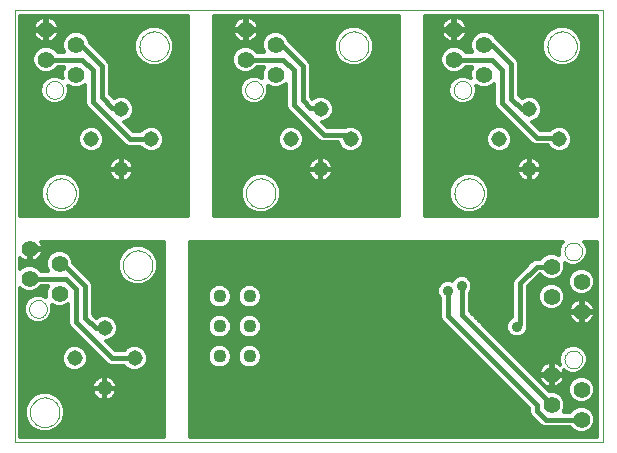
<source format=gbl>
G75*
G70*
%OFA0B0*%
%FSLAX24Y24*%
%IPPOS*%
%LPD*%
%AMOC8*
5,1,8,0,0,1.08239X$1,22.5*
%
%ADD10C,0.0000*%
%ADD11C,0.0436*%
%ADD12C,0.0554*%
%ADD13C,0.0515*%
%ADD14C,0.0120*%
%ADD15C,0.0357*%
%ADD16C,0.0160*%
D10*
X000403Y000907D02*
X000403Y015307D01*
X020003Y015307D01*
X020003Y000907D01*
X000403Y000907D01*
X000911Y001907D02*
X000913Y001951D01*
X000919Y001995D01*
X000929Y002038D01*
X000942Y002080D01*
X000960Y002120D01*
X000981Y002159D01*
X001005Y002196D01*
X001032Y002231D01*
X001063Y002263D01*
X001096Y002292D01*
X001132Y002318D01*
X001170Y002340D01*
X001210Y002359D01*
X001251Y002375D01*
X001294Y002387D01*
X001337Y002395D01*
X001381Y002399D01*
X001425Y002399D01*
X001469Y002395D01*
X001512Y002387D01*
X001555Y002375D01*
X001596Y002359D01*
X001636Y002340D01*
X001674Y002318D01*
X001710Y002292D01*
X001743Y002263D01*
X001774Y002231D01*
X001801Y002196D01*
X001825Y002159D01*
X001846Y002120D01*
X001864Y002080D01*
X001877Y002038D01*
X001887Y001995D01*
X001893Y001951D01*
X001895Y001907D01*
X001893Y001863D01*
X001887Y001819D01*
X001877Y001776D01*
X001864Y001734D01*
X001846Y001694D01*
X001825Y001655D01*
X001801Y001618D01*
X001774Y001583D01*
X001743Y001551D01*
X001710Y001522D01*
X001674Y001496D01*
X001636Y001474D01*
X001596Y001455D01*
X001555Y001439D01*
X001512Y001427D01*
X001469Y001419D01*
X001425Y001415D01*
X001381Y001415D01*
X001337Y001419D01*
X001294Y001427D01*
X001251Y001439D01*
X001210Y001455D01*
X001170Y001474D01*
X001132Y001496D01*
X001096Y001522D01*
X001063Y001551D01*
X001032Y001583D01*
X001005Y001618D01*
X000981Y001655D01*
X000960Y001694D01*
X000942Y001734D01*
X000929Y001776D01*
X000919Y001819D01*
X000913Y001863D01*
X000911Y001907D01*
X000887Y005348D02*
X000889Y005382D01*
X000895Y005416D01*
X000905Y005449D01*
X000918Y005480D01*
X000936Y005510D01*
X000956Y005538D01*
X000980Y005563D01*
X001006Y005585D01*
X001034Y005603D01*
X001065Y005619D01*
X001097Y005631D01*
X001131Y005639D01*
X001165Y005643D01*
X001199Y005643D01*
X001233Y005639D01*
X001267Y005631D01*
X001299Y005619D01*
X001329Y005603D01*
X001358Y005585D01*
X001384Y005563D01*
X001408Y005538D01*
X001428Y005510D01*
X001446Y005480D01*
X001459Y005449D01*
X001469Y005416D01*
X001475Y005382D01*
X001477Y005348D01*
X001475Y005314D01*
X001469Y005280D01*
X001459Y005247D01*
X001446Y005216D01*
X001428Y005186D01*
X001408Y005158D01*
X001384Y005133D01*
X001358Y005111D01*
X001330Y005093D01*
X001299Y005077D01*
X001267Y005065D01*
X001233Y005057D01*
X001199Y005053D01*
X001165Y005053D01*
X001131Y005057D01*
X001097Y005065D01*
X001065Y005077D01*
X001034Y005093D01*
X001006Y005111D01*
X000980Y005133D01*
X000956Y005158D01*
X000936Y005186D01*
X000918Y005216D01*
X000905Y005247D01*
X000895Y005280D01*
X000889Y005314D01*
X000887Y005348D01*
X004011Y006807D02*
X004013Y006851D01*
X004019Y006895D01*
X004029Y006938D01*
X004042Y006980D01*
X004060Y007020D01*
X004081Y007059D01*
X004105Y007096D01*
X004132Y007131D01*
X004163Y007163D01*
X004196Y007192D01*
X004232Y007218D01*
X004270Y007240D01*
X004310Y007259D01*
X004351Y007275D01*
X004394Y007287D01*
X004437Y007295D01*
X004481Y007299D01*
X004525Y007299D01*
X004569Y007295D01*
X004612Y007287D01*
X004655Y007275D01*
X004696Y007259D01*
X004736Y007240D01*
X004774Y007218D01*
X004810Y007192D01*
X004843Y007163D01*
X004874Y007131D01*
X004901Y007096D01*
X004925Y007059D01*
X004946Y007020D01*
X004964Y006980D01*
X004977Y006938D01*
X004987Y006895D01*
X004993Y006851D01*
X004995Y006807D01*
X004993Y006763D01*
X004987Y006719D01*
X004977Y006676D01*
X004964Y006634D01*
X004946Y006594D01*
X004925Y006555D01*
X004901Y006518D01*
X004874Y006483D01*
X004843Y006451D01*
X004810Y006422D01*
X004774Y006396D01*
X004736Y006374D01*
X004696Y006355D01*
X004655Y006339D01*
X004612Y006327D01*
X004569Y006319D01*
X004525Y006315D01*
X004481Y006315D01*
X004437Y006319D01*
X004394Y006327D01*
X004351Y006339D01*
X004310Y006355D01*
X004270Y006374D01*
X004232Y006396D01*
X004196Y006422D01*
X004163Y006451D01*
X004132Y006483D01*
X004105Y006518D01*
X004081Y006555D01*
X004060Y006594D01*
X004042Y006634D01*
X004029Y006676D01*
X004019Y006719D01*
X004013Y006763D01*
X004011Y006807D01*
X001461Y009207D02*
X001463Y009251D01*
X001469Y009295D01*
X001479Y009338D01*
X001492Y009380D01*
X001510Y009420D01*
X001531Y009459D01*
X001555Y009496D01*
X001582Y009531D01*
X001613Y009563D01*
X001646Y009592D01*
X001682Y009618D01*
X001720Y009640D01*
X001760Y009659D01*
X001801Y009675D01*
X001844Y009687D01*
X001887Y009695D01*
X001931Y009699D01*
X001975Y009699D01*
X002019Y009695D01*
X002062Y009687D01*
X002105Y009675D01*
X002146Y009659D01*
X002186Y009640D01*
X002224Y009618D01*
X002260Y009592D01*
X002293Y009563D01*
X002324Y009531D01*
X002351Y009496D01*
X002375Y009459D01*
X002396Y009420D01*
X002414Y009380D01*
X002427Y009338D01*
X002437Y009295D01*
X002443Y009251D01*
X002445Y009207D01*
X002443Y009163D01*
X002437Y009119D01*
X002427Y009076D01*
X002414Y009034D01*
X002396Y008994D01*
X002375Y008955D01*
X002351Y008918D01*
X002324Y008883D01*
X002293Y008851D01*
X002260Y008822D01*
X002224Y008796D01*
X002186Y008774D01*
X002146Y008755D01*
X002105Y008739D01*
X002062Y008727D01*
X002019Y008719D01*
X001975Y008715D01*
X001931Y008715D01*
X001887Y008719D01*
X001844Y008727D01*
X001801Y008739D01*
X001760Y008755D01*
X001720Y008774D01*
X001682Y008796D01*
X001646Y008822D01*
X001613Y008851D01*
X001582Y008883D01*
X001555Y008918D01*
X001531Y008955D01*
X001510Y008994D01*
X001492Y009034D01*
X001479Y009076D01*
X001469Y009119D01*
X001463Y009163D01*
X001461Y009207D01*
X001437Y012648D02*
X001439Y012682D01*
X001445Y012716D01*
X001455Y012749D01*
X001468Y012780D01*
X001486Y012810D01*
X001506Y012838D01*
X001530Y012863D01*
X001556Y012885D01*
X001584Y012903D01*
X001615Y012919D01*
X001647Y012931D01*
X001681Y012939D01*
X001715Y012943D01*
X001749Y012943D01*
X001783Y012939D01*
X001817Y012931D01*
X001849Y012919D01*
X001879Y012903D01*
X001908Y012885D01*
X001934Y012863D01*
X001958Y012838D01*
X001978Y012810D01*
X001996Y012780D01*
X002009Y012749D01*
X002019Y012716D01*
X002025Y012682D01*
X002027Y012648D01*
X002025Y012614D01*
X002019Y012580D01*
X002009Y012547D01*
X001996Y012516D01*
X001978Y012486D01*
X001958Y012458D01*
X001934Y012433D01*
X001908Y012411D01*
X001880Y012393D01*
X001849Y012377D01*
X001817Y012365D01*
X001783Y012357D01*
X001749Y012353D01*
X001715Y012353D01*
X001681Y012357D01*
X001647Y012365D01*
X001615Y012377D01*
X001584Y012393D01*
X001556Y012411D01*
X001530Y012433D01*
X001506Y012458D01*
X001486Y012486D01*
X001468Y012516D01*
X001455Y012547D01*
X001445Y012580D01*
X001439Y012614D01*
X001437Y012648D01*
X004561Y014107D02*
X004563Y014151D01*
X004569Y014195D01*
X004579Y014238D01*
X004592Y014280D01*
X004610Y014320D01*
X004631Y014359D01*
X004655Y014396D01*
X004682Y014431D01*
X004713Y014463D01*
X004746Y014492D01*
X004782Y014518D01*
X004820Y014540D01*
X004860Y014559D01*
X004901Y014575D01*
X004944Y014587D01*
X004987Y014595D01*
X005031Y014599D01*
X005075Y014599D01*
X005119Y014595D01*
X005162Y014587D01*
X005205Y014575D01*
X005246Y014559D01*
X005286Y014540D01*
X005324Y014518D01*
X005360Y014492D01*
X005393Y014463D01*
X005424Y014431D01*
X005451Y014396D01*
X005475Y014359D01*
X005496Y014320D01*
X005514Y014280D01*
X005527Y014238D01*
X005537Y014195D01*
X005543Y014151D01*
X005545Y014107D01*
X005543Y014063D01*
X005537Y014019D01*
X005527Y013976D01*
X005514Y013934D01*
X005496Y013894D01*
X005475Y013855D01*
X005451Y013818D01*
X005424Y013783D01*
X005393Y013751D01*
X005360Y013722D01*
X005324Y013696D01*
X005286Y013674D01*
X005246Y013655D01*
X005205Y013639D01*
X005162Y013627D01*
X005119Y013619D01*
X005075Y013615D01*
X005031Y013615D01*
X004987Y013619D01*
X004944Y013627D01*
X004901Y013639D01*
X004860Y013655D01*
X004820Y013674D01*
X004782Y013696D01*
X004746Y013722D01*
X004713Y013751D01*
X004682Y013783D01*
X004655Y013818D01*
X004631Y013855D01*
X004610Y013894D01*
X004592Y013934D01*
X004579Y013976D01*
X004569Y014019D01*
X004563Y014063D01*
X004561Y014107D01*
X008087Y012648D02*
X008089Y012682D01*
X008095Y012716D01*
X008105Y012749D01*
X008118Y012780D01*
X008136Y012810D01*
X008156Y012838D01*
X008180Y012863D01*
X008206Y012885D01*
X008234Y012903D01*
X008265Y012919D01*
X008297Y012931D01*
X008331Y012939D01*
X008365Y012943D01*
X008399Y012943D01*
X008433Y012939D01*
X008467Y012931D01*
X008499Y012919D01*
X008529Y012903D01*
X008558Y012885D01*
X008584Y012863D01*
X008608Y012838D01*
X008628Y012810D01*
X008646Y012780D01*
X008659Y012749D01*
X008669Y012716D01*
X008675Y012682D01*
X008677Y012648D01*
X008675Y012614D01*
X008669Y012580D01*
X008659Y012547D01*
X008646Y012516D01*
X008628Y012486D01*
X008608Y012458D01*
X008584Y012433D01*
X008558Y012411D01*
X008530Y012393D01*
X008499Y012377D01*
X008467Y012365D01*
X008433Y012357D01*
X008399Y012353D01*
X008365Y012353D01*
X008331Y012357D01*
X008297Y012365D01*
X008265Y012377D01*
X008234Y012393D01*
X008206Y012411D01*
X008180Y012433D01*
X008156Y012458D01*
X008136Y012486D01*
X008118Y012516D01*
X008105Y012547D01*
X008095Y012580D01*
X008089Y012614D01*
X008087Y012648D01*
X011211Y014107D02*
X011213Y014151D01*
X011219Y014195D01*
X011229Y014238D01*
X011242Y014280D01*
X011260Y014320D01*
X011281Y014359D01*
X011305Y014396D01*
X011332Y014431D01*
X011363Y014463D01*
X011396Y014492D01*
X011432Y014518D01*
X011470Y014540D01*
X011510Y014559D01*
X011551Y014575D01*
X011594Y014587D01*
X011637Y014595D01*
X011681Y014599D01*
X011725Y014599D01*
X011769Y014595D01*
X011812Y014587D01*
X011855Y014575D01*
X011896Y014559D01*
X011936Y014540D01*
X011974Y014518D01*
X012010Y014492D01*
X012043Y014463D01*
X012074Y014431D01*
X012101Y014396D01*
X012125Y014359D01*
X012146Y014320D01*
X012164Y014280D01*
X012177Y014238D01*
X012187Y014195D01*
X012193Y014151D01*
X012195Y014107D01*
X012193Y014063D01*
X012187Y014019D01*
X012177Y013976D01*
X012164Y013934D01*
X012146Y013894D01*
X012125Y013855D01*
X012101Y013818D01*
X012074Y013783D01*
X012043Y013751D01*
X012010Y013722D01*
X011974Y013696D01*
X011936Y013674D01*
X011896Y013655D01*
X011855Y013639D01*
X011812Y013627D01*
X011769Y013619D01*
X011725Y013615D01*
X011681Y013615D01*
X011637Y013619D01*
X011594Y013627D01*
X011551Y013639D01*
X011510Y013655D01*
X011470Y013674D01*
X011432Y013696D01*
X011396Y013722D01*
X011363Y013751D01*
X011332Y013783D01*
X011305Y013818D01*
X011281Y013855D01*
X011260Y013894D01*
X011242Y013934D01*
X011229Y013976D01*
X011219Y014019D01*
X011213Y014063D01*
X011211Y014107D01*
X015037Y012648D02*
X015039Y012682D01*
X015045Y012716D01*
X015055Y012749D01*
X015068Y012780D01*
X015086Y012810D01*
X015106Y012838D01*
X015130Y012863D01*
X015156Y012885D01*
X015184Y012903D01*
X015215Y012919D01*
X015247Y012931D01*
X015281Y012939D01*
X015315Y012943D01*
X015349Y012943D01*
X015383Y012939D01*
X015417Y012931D01*
X015449Y012919D01*
X015479Y012903D01*
X015508Y012885D01*
X015534Y012863D01*
X015558Y012838D01*
X015578Y012810D01*
X015596Y012780D01*
X015609Y012749D01*
X015619Y012716D01*
X015625Y012682D01*
X015627Y012648D01*
X015625Y012614D01*
X015619Y012580D01*
X015609Y012547D01*
X015596Y012516D01*
X015578Y012486D01*
X015558Y012458D01*
X015534Y012433D01*
X015508Y012411D01*
X015480Y012393D01*
X015449Y012377D01*
X015417Y012365D01*
X015383Y012357D01*
X015349Y012353D01*
X015315Y012353D01*
X015281Y012357D01*
X015247Y012365D01*
X015215Y012377D01*
X015184Y012393D01*
X015156Y012411D01*
X015130Y012433D01*
X015106Y012458D01*
X015086Y012486D01*
X015068Y012516D01*
X015055Y012547D01*
X015045Y012580D01*
X015039Y012614D01*
X015037Y012648D01*
X018161Y014107D02*
X018163Y014151D01*
X018169Y014195D01*
X018179Y014238D01*
X018192Y014280D01*
X018210Y014320D01*
X018231Y014359D01*
X018255Y014396D01*
X018282Y014431D01*
X018313Y014463D01*
X018346Y014492D01*
X018382Y014518D01*
X018420Y014540D01*
X018460Y014559D01*
X018501Y014575D01*
X018544Y014587D01*
X018587Y014595D01*
X018631Y014599D01*
X018675Y014599D01*
X018719Y014595D01*
X018762Y014587D01*
X018805Y014575D01*
X018846Y014559D01*
X018886Y014540D01*
X018924Y014518D01*
X018960Y014492D01*
X018993Y014463D01*
X019024Y014431D01*
X019051Y014396D01*
X019075Y014359D01*
X019096Y014320D01*
X019114Y014280D01*
X019127Y014238D01*
X019137Y014195D01*
X019143Y014151D01*
X019145Y014107D01*
X019143Y014063D01*
X019137Y014019D01*
X019127Y013976D01*
X019114Y013934D01*
X019096Y013894D01*
X019075Y013855D01*
X019051Y013818D01*
X019024Y013783D01*
X018993Y013751D01*
X018960Y013722D01*
X018924Y013696D01*
X018886Y013674D01*
X018846Y013655D01*
X018805Y013639D01*
X018762Y013627D01*
X018719Y013619D01*
X018675Y013615D01*
X018631Y013615D01*
X018587Y013619D01*
X018544Y013627D01*
X018501Y013639D01*
X018460Y013655D01*
X018420Y013674D01*
X018382Y013696D01*
X018346Y013722D01*
X018313Y013751D01*
X018282Y013783D01*
X018255Y013818D01*
X018231Y013855D01*
X018210Y013894D01*
X018192Y013934D01*
X018179Y013976D01*
X018169Y014019D01*
X018163Y014063D01*
X018161Y014107D01*
X015061Y009207D02*
X015063Y009251D01*
X015069Y009295D01*
X015079Y009338D01*
X015092Y009380D01*
X015110Y009420D01*
X015131Y009459D01*
X015155Y009496D01*
X015182Y009531D01*
X015213Y009563D01*
X015246Y009592D01*
X015282Y009618D01*
X015320Y009640D01*
X015360Y009659D01*
X015401Y009675D01*
X015444Y009687D01*
X015487Y009695D01*
X015531Y009699D01*
X015575Y009699D01*
X015619Y009695D01*
X015662Y009687D01*
X015705Y009675D01*
X015746Y009659D01*
X015786Y009640D01*
X015824Y009618D01*
X015860Y009592D01*
X015893Y009563D01*
X015924Y009531D01*
X015951Y009496D01*
X015975Y009459D01*
X015996Y009420D01*
X016014Y009380D01*
X016027Y009338D01*
X016037Y009295D01*
X016043Y009251D01*
X016045Y009207D01*
X016043Y009163D01*
X016037Y009119D01*
X016027Y009076D01*
X016014Y009034D01*
X015996Y008994D01*
X015975Y008955D01*
X015951Y008918D01*
X015924Y008883D01*
X015893Y008851D01*
X015860Y008822D01*
X015824Y008796D01*
X015786Y008774D01*
X015746Y008755D01*
X015705Y008739D01*
X015662Y008727D01*
X015619Y008719D01*
X015575Y008715D01*
X015531Y008715D01*
X015487Y008719D01*
X015444Y008727D01*
X015401Y008739D01*
X015360Y008755D01*
X015320Y008774D01*
X015282Y008796D01*
X015246Y008822D01*
X015213Y008851D01*
X015182Y008883D01*
X015155Y008918D01*
X015131Y008955D01*
X015110Y008994D01*
X015092Y009034D01*
X015079Y009076D01*
X015069Y009119D01*
X015063Y009163D01*
X015061Y009207D01*
X018729Y007266D02*
X018731Y007300D01*
X018737Y007334D01*
X018747Y007367D01*
X018760Y007398D01*
X018778Y007428D01*
X018798Y007456D01*
X018822Y007481D01*
X018848Y007503D01*
X018876Y007521D01*
X018907Y007537D01*
X018939Y007549D01*
X018973Y007557D01*
X019007Y007561D01*
X019041Y007561D01*
X019075Y007557D01*
X019109Y007549D01*
X019141Y007537D01*
X019171Y007521D01*
X019200Y007503D01*
X019226Y007481D01*
X019250Y007456D01*
X019270Y007428D01*
X019288Y007398D01*
X019301Y007367D01*
X019311Y007334D01*
X019317Y007300D01*
X019319Y007266D01*
X019317Y007232D01*
X019311Y007198D01*
X019301Y007165D01*
X019288Y007134D01*
X019270Y007104D01*
X019250Y007076D01*
X019226Y007051D01*
X019200Y007029D01*
X019172Y007011D01*
X019141Y006995D01*
X019109Y006983D01*
X019075Y006975D01*
X019041Y006971D01*
X019007Y006971D01*
X018973Y006975D01*
X018939Y006983D01*
X018907Y006995D01*
X018876Y007011D01*
X018848Y007029D01*
X018822Y007051D01*
X018798Y007076D01*
X018778Y007104D01*
X018760Y007134D01*
X018747Y007165D01*
X018737Y007198D01*
X018731Y007232D01*
X018729Y007266D01*
X018729Y003666D02*
X018731Y003700D01*
X018737Y003734D01*
X018747Y003767D01*
X018760Y003798D01*
X018778Y003828D01*
X018798Y003856D01*
X018822Y003881D01*
X018848Y003903D01*
X018876Y003921D01*
X018907Y003937D01*
X018939Y003949D01*
X018973Y003957D01*
X019007Y003961D01*
X019041Y003961D01*
X019075Y003957D01*
X019109Y003949D01*
X019141Y003937D01*
X019171Y003921D01*
X019200Y003903D01*
X019226Y003881D01*
X019250Y003856D01*
X019270Y003828D01*
X019288Y003798D01*
X019301Y003767D01*
X019311Y003734D01*
X019317Y003700D01*
X019319Y003666D01*
X019317Y003632D01*
X019311Y003598D01*
X019301Y003565D01*
X019288Y003534D01*
X019270Y003504D01*
X019250Y003476D01*
X019226Y003451D01*
X019200Y003429D01*
X019172Y003411D01*
X019141Y003395D01*
X019109Y003383D01*
X019075Y003375D01*
X019041Y003371D01*
X019007Y003371D01*
X018973Y003375D01*
X018939Y003383D01*
X018907Y003395D01*
X018876Y003411D01*
X018848Y003429D01*
X018822Y003451D01*
X018798Y003476D01*
X018778Y003504D01*
X018760Y003534D01*
X018747Y003565D01*
X018737Y003598D01*
X018731Y003632D01*
X018729Y003666D01*
X008111Y009207D02*
X008113Y009251D01*
X008119Y009295D01*
X008129Y009338D01*
X008142Y009380D01*
X008160Y009420D01*
X008181Y009459D01*
X008205Y009496D01*
X008232Y009531D01*
X008263Y009563D01*
X008296Y009592D01*
X008332Y009618D01*
X008370Y009640D01*
X008410Y009659D01*
X008451Y009675D01*
X008494Y009687D01*
X008537Y009695D01*
X008581Y009699D01*
X008625Y009699D01*
X008669Y009695D01*
X008712Y009687D01*
X008755Y009675D01*
X008796Y009659D01*
X008836Y009640D01*
X008874Y009618D01*
X008910Y009592D01*
X008943Y009563D01*
X008974Y009531D01*
X009001Y009496D01*
X009025Y009459D01*
X009046Y009420D01*
X009064Y009380D01*
X009077Y009338D01*
X009087Y009295D01*
X009093Y009251D01*
X009095Y009207D01*
X009093Y009163D01*
X009087Y009119D01*
X009077Y009076D01*
X009064Y009034D01*
X009046Y008994D01*
X009025Y008955D01*
X009001Y008918D01*
X008974Y008883D01*
X008943Y008851D01*
X008910Y008822D01*
X008874Y008796D01*
X008836Y008774D01*
X008796Y008755D01*
X008755Y008739D01*
X008712Y008727D01*
X008669Y008719D01*
X008625Y008715D01*
X008581Y008715D01*
X008537Y008719D01*
X008494Y008727D01*
X008451Y008739D01*
X008410Y008755D01*
X008370Y008774D01*
X008332Y008796D01*
X008296Y008822D01*
X008263Y008851D01*
X008232Y008883D01*
X008205Y008918D01*
X008181Y008955D01*
X008160Y008994D01*
X008142Y009034D01*
X008129Y009076D01*
X008119Y009119D01*
X008113Y009163D01*
X008111Y009207D01*
D11*
X008233Y005767D03*
X007233Y005767D03*
X007233Y004767D03*
X008233Y004767D03*
X008233Y003767D03*
X007233Y003767D03*
D12*
X001903Y005857D03*
X000903Y006357D03*
X001903Y006857D03*
X000903Y007357D03*
X002453Y013157D03*
X001453Y013657D03*
X002453Y014157D03*
X001453Y014657D03*
X008103Y014657D03*
X009103Y014157D03*
X008103Y013657D03*
X009103Y013157D03*
X015053Y013657D03*
X016053Y013157D03*
X016053Y014157D03*
X015053Y014657D03*
X018303Y006757D03*
X019303Y006257D03*
X018303Y005757D03*
X019303Y005257D03*
X018303Y003157D03*
X019303Y002657D03*
X018303Y002157D03*
X019303Y001657D03*
D13*
X017553Y010007D03*
X016553Y011007D03*
X017553Y012007D03*
X018553Y011007D03*
X011603Y011007D03*
X010603Y010007D03*
X009603Y011007D03*
X010603Y012007D03*
X004953Y011007D03*
X003953Y010007D03*
X002953Y011007D03*
X003953Y012007D03*
X003403Y004707D03*
X002403Y003707D03*
X003403Y002707D03*
X004403Y003707D03*
D14*
X004095Y003396D02*
X002711Y003396D01*
X002651Y003336D02*
X002774Y003459D01*
X002841Y003620D01*
X002841Y003794D01*
X002774Y003955D01*
X002651Y004078D01*
X002490Y004145D01*
X002316Y004145D01*
X002155Y004078D01*
X002032Y003955D01*
X001966Y003794D01*
X001966Y003620D01*
X002032Y003459D01*
X002155Y003336D01*
X002316Y003270D01*
X002490Y003270D01*
X002651Y003336D01*
X002510Y003278D02*
X004296Y003278D01*
X004316Y003270D02*
X004490Y003270D01*
X004651Y003336D01*
X004774Y003459D01*
X004841Y003620D01*
X004841Y003794D01*
X004774Y003955D01*
X004651Y004078D01*
X004490Y004145D01*
X004316Y004145D01*
X004155Y004078D01*
X004044Y003967D01*
X003761Y003967D01*
X003458Y004270D01*
X003490Y004270D01*
X003651Y004336D01*
X003774Y004459D01*
X003841Y004620D01*
X003841Y004794D01*
X003774Y004955D01*
X003651Y005078D01*
X003490Y005145D01*
X003316Y005145D01*
X003155Y005078D01*
X003128Y005050D01*
X003013Y005165D01*
X003013Y006159D01*
X002974Y006254D01*
X002900Y006327D01*
X002360Y006868D01*
X002360Y006948D01*
X002291Y007116D01*
X002162Y007245D01*
X001994Y007314D01*
X001812Y007314D01*
X001644Y007245D01*
X001516Y007116D01*
X001446Y006948D01*
X001446Y006766D01*
X001508Y006617D01*
X001290Y006617D01*
X001162Y006745D01*
X000994Y006814D01*
X000812Y006814D01*
X000644Y006745D01*
X000583Y006684D01*
X000583Y007059D01*
X000618Y007024D01*
X000674Y006983D01*
X000735Y006952D01*
X000801Y006931D01*
X000869Y006920D01*
X000874Y006920D01*
X000874Y007328D01*
X000932Y007328D01*
X000932Y006920D01*
X000938Y006920D01*
X001006Y006931D01*
X001071Y006952D01*
X001132Y006983D01*
X001188Y007024D01*
X001237Y007072D01*
X001277Y007128D01*
X001308Y007189D01*
X001330Y007255D01*
X001340Y007323D01*
X001340Y007328D01*
X000932Y007328D01*
X000932Y007386D01*
X001340Y007386D01*
X001340Y007391D01*
X001330Y007459D01*
X001308Y007525D01*
X001282Y007577D01*
X005373Y007577D01*
X005373Y001087D01*
X000583Y001087D01*
X000583Y006031D01*
X000644Y005970D01*
X000812Y005900D01*
X000994Y005900D01*
X001162Y005970D01*
X001290Y006097D01*
X001508Y006097D01*
X001446Y005948D01*
X001446Y005766D01*
X001453Y005748D01*
X001451Y005751D01*
X001276Y005823D01*
X001087Y005823D01*
X000913Y005751D01*
X000779Y005617D01*
X000707Y005442D01*
X000707Y005253D01*
X000779Y005078D01*
X000913Y004945D01*
X001087Y004872D01*
X001276Y004872D01*
X001451Y004945D01*
X001585Y005078D01*
X001657Y005253D01*
X001657Y005442D01*
X001646Y005469D01*
X001812Y005400D01*
X001994Y005400D01*
X002162Y005470D01*
X002193Y005501D01*
X002193Y004959D01*
X002193Y004855D01*
X002233Y004760D01*
X003433Y003560D01*
X003506Y003487D01*
X003601Y003447D01*
X004044Y003447D01*
X004155Y003336D01*
X004316Y003270D01*
X004510Y003278D02*
X005373Y003278D01*
X005373Y003396D02*
X004711Y003396D01*
X004797Y003515D02*
X005373Y003515D01*
X005373Y003634D02*
X004841Y003634D01*
X004841Y003752D02*
X005373Y003752D01*
X005373Y003871D02*
X004809Y003871D01*
X004740Y003989D02*
X005373Y003989D01*
X005373Y004108D02*
X004579Y004108D01*
X004227Y004108D02*
X003620Y004108D01*
X003502Y004226D02*
X005373Y004226D01*
X005373Y004345D02*
X003660Y004345D01*
X003776Y004463D02*
X005373Y004463D01*
X005373Y004582D02*
X003825Y004582D01*
X003841Y004700D02*
X005373Y004700D01*
X005373Y004819D02*
X003830Y004819D01*
X003781Y004938D02*
X005373Y004938D01*
X005373Y005056D02*
X003673Y005056D01*
X003134Y005056D02*
X003122Y005056D01*
X003013Y005175D02*
X005373Y005175D01*
X005373Y005293D02*
X003013Y005293D01*
X003013Y005412D02*
X005373Y005412D01*
X005373Y005530D02*
X003013Y005530D01*
X003013Y005649D02*
X005373Y005649D01*
X005373Y005767D02*
X003013Y005767D01*
X003013Y005886D02*
X005373Y005886D01*
X005373Y006004D02*
X003013Y006004D01*
X003013Y006123D02*
X005373Y006123D01*
X005373Y006242D02*
X004888Y006242D01*
X004884Y006237D02*
X005073Y006426D01*
X005175Y006673D01*
X005175Y006941D01*
X005073Y007188D01*
X004884Y007377D01*
X004637Y007479D01*
X004369Y007479D01*
X004122Y007377D01*
X003933Y007188D01*
X003831Y006941D01*
X003831Y006673D01*
X003933Y006426D01*
X004122Y006237D01*
X004369Y006135D01*
X004637Y006135D01*
X004884Y006237D01*
X005007Y006360D02*
X005373Y006360D01*
X005373Y006479D02*
X005095Y006479D01*
X005144Y006597D02*
X005373Y006597D01*
X005373Y006716D02*
X005175Y006716D01*
X005175Y006834D02*
X005373Y006834D01*
X005373Y006953D02*
X005170Y006953D01*
X005121Y007071D02*
X005373Y007071D01*
X005373Y007190D02*
X005071Y007190D01*
X004952Y007308D02*
X005373Y007308D01*
X005373Y007427D02*
X004763Y007427D01*
X004243Y007427D02*
X001335Y007427D01*
X001338Y007308D02*
X001798Y007308D01*
X002008Y007308D02*
X004054Y007308D01*
X003935Y007190D02*
X002217Y007190D01*
X002309Y007071D02*
X003885Y007071D01*
X003836Y006953D02*
X002358Y006953D01*
X002394Y006834D02*
X003831Y006834D01*
X003831Y006716D02*
X002512Y006716D01*
X002631Y006597D02*
X003863Y006597D01*
X003912Y006479D02*
X002749Y006479D01*
X002868Y006360D02*
X004000Y006360D01*
X004118Y006242D02*
X002979Y006242D01*
X002193Y005412D02*
X002023Y005412D01*
X002193Y005293D02*
X001657Y005293D01*
X001657Y005412D02*
X001784Y005412D01*
X001625Y005175D02*
X002193Y005175D01*
X002193Y005056D02*
X001562Y005056D01*
X001434Y004938D02*
X002193Y004938D01*
X002208Y004819D02*
X000583Y004819D01*
X000583Y004938D02*
X000930Y004938D01*
X000801Y005056D02*
X000583Y005056D01*
X000583Y005175D02*
X000739Y005175D01*
X000707Y005293D02*
X000583Y005293D01*
X000583Y005412D02*
X000707Y005412D01*
X000743Y005530D02*
X000583Y005530D01*
X000583Y005649D02*
X000811Y005649D01*
X000953Y005767D02*
X000583Y005767D01*
X000583Y005886D02*
X001446Y005886D01*
X001446Y005767D02*
X001411Y005767D01*
X001469Y006004D02*
X001197Y006004D01*
X000609Y006004D02*
X000583Y006004D01*
X000583Y006716D02*
X000615Y006716D01*
X000583Y006834D02*
X001446Y006834D01*
X001448Y006953D02*
X001073Y006953D01*
X000932Y006953D02*
X000874Y006953D01*
X000874Y007071D02*
X000932Y007071D01*
X000932Y007190D02*
X000874Y007190D01*
X000874Y007308D02*
X000932Y007308D01*
X001236Y007071D02*
X001497Y007071D01*
X001589Y007190D02*
X001308Y007190D01*
X001298Y007546D02*
X005373Y007546D01*
X006233Y007546D02*
X018631Y007546D01*
X018621Y007536D02*
X018549Y007361D01*
X018549Y007172D01*
X018560Y007145D01*
X018394Y007214D01*
X018212Y007214D01*
X018044Y007145D01*
X017917Y007017D01*
X017751Y007017D01*
X017656Y006977D01*
X017583Y006904D01*
X017106Y006427D01*
X017033Y006354D01*
X016993Y006259D01*
X016993Y005079D01*
X016950Y005061D01*
X016849Y004960D01*
X016794Y004828D01*
X016794Y004686D01*
X016849Y004554D01*
X016950Y004453D01*
X017082Y004398D01*
X017224Y004398D01*
X017356Y004453D01*
X017457Y004554D01*
X017512Y004686D01*
X017512Y004802D01*
X017513Y004805D01*
X017513Y004909D01*
X017513Y006099D01*
X017911Y006497D01*
X017917Y006497D01*
X018044Y006370D01*
X018212Y006300D01*
X018394Y006300D01*
X018562Y006370D01*
X018691Y006498D01*
X018760Y006666D01*
X018760Y006848D01*
X018753Y006866D01*
X018755Y006864D01*
X018930Y006791D01*
X019119Y006791D01*
X019294Y006864D01*
X019427Y006997D01*
X019500Y007172D01*
X019500Y007361D01*
X019427Y007536D01*
X019386Y007577D01*
X019823Y007577D01*
X019823Y001087D01*
X006233Y001087D01*
X006233Y007577D01*
X018663Y007577D01*
X018621Y007536D01*
X018576Y007427D02*
X006233Y007427D01*
X006233Y007308D02*
X018549Y007308D01*
X018549Y007190D02*
X018453Y007190D01*
X018153Y007190D02*
X006233Y007190D01*
X006233Y007071D02*
X017971Y007071D01*
X017631Y006953D02*
X006233Y006953D01*
X006233Y006834D02*
X017513Y006834D01*
X017583Y006904D02*
X017583Y006904D01*
X017394Y006716D02*
X006233Y006716D01*
X006233Y006597D02*
X017276Y006597D01*
X017157Y006479D02*
X006233Y006479D01*
X006233Y006360D02*
X015049Y006360D01*
X014999Y006310D02*
X015100Y006411D01*
X015232Y006466D01*
X015374Y006466D01*
X015506Y006411D01*
X015607Y006310D01*
X015662Y006178D01*
X015662Y006036D01*
X015607Y005904D01*
X015563Y005860D01*
X015563Y005265D01*
X018214Y002614D01*
X018394Y002614D01*
X018562Y002545D01*
X018691Y002416D01*
X018760Y002248D01*
X018760Y002066D01*
X018699Y001917D01*
X018917Y001917D01*
X019044Y002045D01*
X019212Y002114D01*
X019394Y002114D01*
X019562Y002045D01*
X019691Y001916D01*
X019760Y001748D01*
X019760Y001566D01*
X019691Y001398D01*
X019562Y001270D01*
X019394Y001200D01*
X019212Y001200D01*
X019044Y001270D01*
X018917Y001397D01*
X018155Y001397D01*
X018051Y001397D01*
X017956Y001437D01*
X017656Y001737D01*
X006233Y001737D01*
X006233Y001855D02*
X017564Y001855D01*
X017583Y001810D02*
X017656Y001737D01*
X017583Y001810D02*
X017543Y001905D01*
X017543Y002049D01*
X014706Y004887D01*
X014633Y004960D01*
X014593Y005055D01*
X014593Y005710D01*
X014549Y005754D01*
X014494Y005886D01*
X008615Y005886D01*
X008631Y005846D02*
X008571Y005993D01*
X008459Y006105D01*
X008312Y006165D01*
X008154Y006165D01*
X008008Y006105D01*
X007896Y005993D01*
X007835Y005846D01*
X007835Y005688D01*
X007896Y005542D01*
X008008Y005430D01*
X008154Y005369D01*
X008312Y005369D01*
X008459Y005430D01*
X008571Y005542D01*
X008631Y005688D01*
X008631Y005846D01*
X008631Y005767D02*
X014543Y005767D01*
X014494Y005886D02*
X014494Y006028D01*
X014549Y006160D01*
X014650Y006261D01*
X014782Y006316D01*
X014924Y006316D01*
X014990Y006289D01*
X014999Y006310D01*
X014630Y006242D02*
X006233Y006242D01*
X006233Y006123D02*
X007052Y006123D01*
X007008Y006105D02*
X006896Y005993D01*
X006835Y005846D01*
X006835Y005688D01*
X006896Y005542D01*
X007008Y005430D01*
X007154Y005369D01*
X007312Y005369D01*
X007459Y005430D01*
X007571Y005542D01*
X007631Y005688D01*
X007631Y005846D01*
X007571Y005993D01*
X007459Y006105D01*
X007312Y006165D01*
X007154Y006165D01*
X007008Y006105D01*
X006908Y006004D02*
X006233Y006004D01*
X006233Y005886D02*
X006851Y005886D01*
X006835Y005767D02*
X006233Y005767D01*
X006233Y005649D02*
X006851Y005649D01*
X006907Y005530D02*
X006233Y005530D01*
X006233Y005412D02*
X007051Y005412D01*
X007154Y005165D02*
X007008Y005105D01*
X006896Y004993D01*
X006835Y004846D01*
X006835Y004688D01*
X006896Y004542D01*
X007008Y004430D01*
X007154Y004369D01*
X007312Y004369D01*
X007459Y004430D01*
X007571Y004542D01*
X007631Y004688D01*
X007631Y004846D01*
X007571Y004993D01*
X007459Y005105D01*
X007312Y005165D01*
X007154Y005165D01*
X006959Y005056D02*
X006233Y005056D01*
X006233Y004938D02*
X006873Y004938D01*
X006835Y004819D02*
X006233Y004819D01*
X006233Y004700D02*
X006835Y004700D01*
X006879Y004582D02*
X006233Y004582D01*
X006233Y004463D02*
X006974Y004463D01*
X007154Y004165D02*
X007008Y004105D01*
X006896Y003993D01*
X006835Y003846D01*
X006835Y003688D01*
X006896Y003542D01*
X007008Y003430D01*
X007154Y003369D01*
X007312Y003369D01*
X007459Y003430D01*
X007571Y003542D01*
X007631Y003688D01*
X007631Y003846D01*
X007571Y003993D01*
X007459Y004105D01*
X007312Y004165D01*
X007154Y004165D01*
X007015Y004108D02*
X006233Y004108D01*
X006233Y004226D02*
X015366Y004226D01*
X015485Y004108D02*
X008451Y004108D01*
X008459Y004105D02*
X008312Y004165D01*
X008154Y004165D01*
X008008Y004105D01*
X007896Y003993D01*
X007835Y003846D01*
X007835Y003688D01*
X007896Y003542D01*
X008008Y003430D01*
X008154Y003369D01*
X008312Y003369D01*
X008459Y003430D01*
X008571Y003542D01*
X008631Y003688D01*
X008631Y003846D01*
X008571Y003993D01*
X008459Y004105D01*
X008572Y003989D02*
X015603Y003989D01*
X015722Y003871D02*
X008621Y003871D01*
X008631Y003752D02*
X015840Y003752D01*
X015959Y003634D02*
X008609Y003634D01*
X008544Y003515D02*
X016077Y003515D01*
X016196Y003396D02*
X008379Y003396D01*
X008087Y003396D02*
X007379Y003396D01*
X007544Y003515D02*
X007922Y003515D01*
X007858Y003634D02*
X007609Y003634D01*
X007631Y003752D02*
X007835Y003752D01*
X007845Y003871D02*
X007621Y003871D01*
X007572Y003989D02*
X007894Y003989D01*
X008015Y004108D02*
X007451Y004108D01*
X007492Y004463D02*
X007974Y004463D01*
X008008Y004430D02*
X008154Y004369D01*
X008312Y004369D01*
X008459Y004430D01*
X008571Y004542D01*
X008631Y004688D01*
X008631Y004846D01*
X008571Y004993D01*
X008459Y005105D01*
X008312Y005165D01*
X008154Y005165D01*
X008008Y005105D01*
X007896Y004993D01*
X007835Y004846D01*
X007835Y004688D01*
X007896Y004542D01*
X008008Y004430D01*
X007879Y004582D02*
X007587Y004582D01*
X007631Y004700D02*
X007835Y004700D01*
X007835Y004819D02*
X007631Y004819D01*
X007593Y004938D02*
X007873Y004938D01*
X007959Y005056D02*
X007507Y005056D01*
X007416Y005412D02*
X008051Y005412D01*
X007907Y005530D02*
X007559Y005530D01*
X007615Y005649D02*
X007851Y005649D01*
X007835Y005767D02*
X007631Y005767D01*
X007615Y005886D02*
X007851Y005886D01*
X007908Y006004D02*
X007559Y006004D01*
X007414Y006123D02*
X008052Y006123D01*
X008414Y006123D02*
X014534Y006123D01*
X014494Y006004D02*
X008559Y006004D01*
X008615Y005649D02*
X014593Y005649D01*
X014593Y005530D02*
X008559Y005530D01*
X008416Y005412D02*
X014593Y005412D01*
X014593Y005293D02*
X006233Y005293D01*
X006233Y005175D02*
X014593Y005175D01*
X014593Y005056D02*
X008507Y005056D01*
X008593Y004938D02*
X014655Y004938D01*
X014774Y004819D02*
X008631Y004819D01*
X008631Y004700D02*
X014892Y004700D01*
X015011Y004582D02*
X008587Y004582D01*
X008492Y004463D02*
X015129Y004463D01*
X015248Y004345D02*
X006233Y004345D01*
X006233Y003989D02*
X006894Y003989D01*
X006845Y003871D02*
X006233Y003871D01*
X006233Y003752D02*
X006835Y003752D01*
X006858Y003634D02*
X006233Y003634D01*
X006233Y003515D02*
X006922Y003515D01*
X007087Y003396D02*
X006233Y003396D01*
X006233Y003278D02*
X016315Y003278D01*
X016433Y003159D02*
X006233Y003159D01*
X006233Y003041D02*
X016552Y003041D01*
X016670Y002922D02*
X006233Y002922D01*
X006233Y002804D02*
X016789Y002804D01*
X016907Y002685D02*
X006233Y002685D01*
X006233Y002567D02*
X017026Y002567D01*
X017144Y002448D02*
X006233Y002448D01*
X006233Y002330D02*
X017263Y002330D01*
X017381Y002211D02*
X006233Y002211D01*
X006233Y002093D02*
X017500Y002093D01*
X017543Y001974D02*
X006233Y001974D01*
X006233Y001618D02*
X017774Y001618D01*
X017893Y001500D02*
X006233Y001500D01*
X006233Y001381D02*
X018932Y001381D01*
X019061Y001263D02*
X006233Y001263D01*
X006233Y001144D02*
X019823Y001144D01*
X019823Y001263D02*
X019546Y001263D01*
X019674Y001381D02*
X019823Y001381D01*
X019823Y001500D02*
X019733Y001500D01*
X019760Y001618D02*
X019823Y001618D01*
X019823Y001737D02*
X019760Y001737D01*
X019716Y001855D02*
X019823Y001855D01*
X019823Y001974D02*
X019633Y001974D01*
X019446Y002093D02*
X019823Y002093D01*
X019823Y002211D02*
X019421Y002211D01*
X019394Y002200D02*
X019562Y002270D01*
X019691Y002398D01*
X019760Y002566D01*
X019760Y002748D01*
X019691Y002916D01*
X019562Y003045D01*
X019394Y003114D01*
X019212Y003114D01*
X019044Y003045D01*
X018916Y002916D01*
X018846Y002748D01*
X018846Y002566D01*
X018916Y002398D01*
X019044Y002270D01*
X019212Y002200D01*
X019394Y002200D01*
X019185Y002211D02*
X018760Y002211D01*
X018760Y002093D02*
X019160Y002093D01*
X018974Y001974D02*
X018722Y001974D01*
X018726Y002330D02*
X018984Y002330D01*
X018895Y002448D02*
X018659Y002448D01*
X018509Y002567D02*
X018846Y002567D01*
X018846Y002685D02*
X018143Y002685D01*
X018135Y002752D02*
X018201Y002731D01*
X018269Y002720D01*
X018274Y002720D01*
X018274Y003128D01*
X017866Y003128D01*
X017866Y003123D01*
X017877Y003055D01*
X017898Y002989D01*
X017929Y002928D01*
X017970Y002872D01*
X018018Y002824D01*
X018074Y002783D01*
X018135Y002752D01*
X018046Y002804D02*
X018024Y002804D01*
X017933Y002922D02*
X017906Y002922D01*
X017881Y003041D02*
X017787Y003041D01*
X017866Y003186D02*
X018274Y003186D01*
X018274Y003128D01*
X018332Y003128D01*
X018332Y002720D01*
X018338Y002720D01*
X018406Y002731D01*
X018471Y002752D01*
X018532Y002783D01*
X018588Y002824D01*
X018637Y002872D01*
X018677Y002928D01*
X018708Y002989D01*
X018730Y003055D01*
X018740Y003123D01*
X018740Y003128D01*
X018332Y003128D01*
X018332Y003186D01*
X018274Y003186D01*
X018274Y003594D01*
X018269Y003594D01*
X018201Y003583D01*
X018135Y003562D01*
X018074Y003531D01*
X018018Y003491D01*
X017970Y003442D01*
X017929Y003386D01*
X017898Y003325D01*
X017877Y003259D01*
X017866Y003191D01*
X017866Y003186D01*
X017883Y003278D02*
X017550Y003278D01*
X017668Y003159D02*
X018274Y003159D01*
X018332Y003159D02*
X019823Y003159D01*
X019823Y003041D02*
X019566Y003041D01*
X019684Y002922D02*
X019823Y002922D01*
X019823Y002804D02*
X019737Y002804D01*
X019760Y002685D02*
X019823Y002685D01*
X019823Y002567D02*
X019760Y002567D01*
X019711Y002448D02*
X019823Y002448D01*
X019823Y002330D02*
X019622Y002330D01*
X018922Y002922D02*
X018673Y002922D01*
X018725Y003041D02*
X019040Y003041D01*
X019119Y003191D02*
X018930Y003191D01*
X018755Y003264D01*
X018715Y003304D01*
X018730Y003259D01*
X018740Y003191D01*
X018740Y003186D01*
X018332Y003186D01*
X018332Y003594D01*
X018338Y003594D01*
X018406Y003583D01*
X018471Y003562D01*
X018532Y003531D01*
X018581Y003496D01*
X018549Y003572D01*
X018549Y003761D01*
X018621Y003936D01*
X018755Y004069D01*
X018930Y004142D01*
X019119Y004142D01*
X019294Y004069D01*
X019427Y003936D01*
X019500Y003761D01*
X019500Y003572D01*
X019427Y003397D01*
X019294Y003264D01*
X019119Y003191D01*
X019308Y003278D02*
X019823Y003278D01*
X019823Y003396D02*
X019427Y003396D01*
X019476Y003515D02*
X019823Y003515D01*
X019823Y003634D02*
X019500Y003634D01*
X019500Y003752D02*
X019823Y003752D01*
X019823Y003871D02*
X019454Y003871D01*
X019374Y003989D02*
X019823Y003989D01*
X019823Y004108D02*
X019201Y004108D01*
X018848Y004108D02*
X016720Y004108D01*
X016602Y004226D02*
X019823Y004226D01*
X019823Y004345D02*
X016483Y004345D01*
X016364Y004463D02*
X016939Y004463D01*
X016837Y004582D02*
X016246Y004582D01*
X016127Y004700D02*
X016794Y004700D01*
X016794Y004819D02*
X016009Y004819D01*
X015890Y004938D02*
X016840Y004938D01*
X016945Y005056D02*
X015772Y005056D01*
X015653Y005175D02*
X016993Y005175D01*
X016993Y005293D02*
X015563Y005293D01*
X015563Y005412D02*
X016993Y005412D01*
X016993Y005530D02*
X015563Y005530D01*
X015563Y005649D02*
X016993Y005649D01*
X016993Y005767D02*
X015563Y005767D01*
X015589Y005886D02*
X016993Y005886D01*
X016993Y006004D02*
X015649Y006004D01*
X015662Y006123D02*
X016993Y006123D01*
X016993Y006242D02*
X015636Y006242D01*
X015557Y006360D02*
X017038Y006360D01*
X017106Y006427D02*
X017106Y006427D01*
X017537Y006123D02*
X018023Y006123D01*
X018044Y006145D02*
X017916Y006016D01*
X017846Y005848D01*
X017846Y005666D01*
X017916Y005498D01*
X018044Y005370D01*
X018212Y005300D01*
X018394Y005300D01*
X018562Y005370D01*
X018691Y005498D01*
X018760Y005666D01*
X018760Y005848D01*
X018691Y006016D01*
X018562Y006145D01*
X018394Y006214D01*
X018212Y006214D01*
X018044Y006145D01*
X017911Y006004D02*
X017513Y006004D01*
X017513Y005886D02*
X017862Y005886D01*
X017846Y005767D02*
X017513Y005767D01*
X017513Y005649D02*
X017853Y005649D01*
X017902Y005530D02*
X017513Y005530D01*
X017513Y005412D02*
X018002Y005412D01*
X017513Y005293D02*
X018866Y005293D01*
X018866Y005291D02*
X018866Y005286D01*
X019274Y005286D01*
X019274Y005228D01*
X018866Y005228D01*
X018866Y005223D01*
X018877Y005155D01*
X018898Y005089D01*
X018929Y005028D01*
X018970Y004972D01*
X019018Y004924D01*
X019074Y004883D01*
X019135Y004852D01*
X019201Y004831D01*
X019269Y004820D01*
X019274Y004820D01*
X019274Y005228D01*
X019332Y005228D01*
X019332Y004820D01*
X019338Y004820D01*
X019406Y004831D01*
X019471Y004852D01*
X019532Y004883D01*
X019588Y004924D01*
X019637Y004972D01*
X019677Y005028D01*
X019708Y005089D01*
X019730Y005155D01*
X019740Y005223D01*
X019740Y005228D01*
X019332Y005228D01*
X019332Y005286D01*
X019274Y005286D01*
X019274Y005694D01*
X019269Y005694D01*
X019201Y005683D01*
X019135Y005662D01*
X019074Y005631D01*
X019018Y005591D01*
X018970Y005542D01*
X018929Y005486D01*
X018898Y005425D01*
X018877Y005359D01*
X018866Y005291D01*
X018874Y005175D02*
X017513Y005175D01*
X017513Y005056D02*
X018915Y005056D01*
X019004Y004938D02*
X017513Y004938D01*
X017513Y004819D02*
X019823Y004819D01*
X019823Y004938D02*
X019602Y004938D01*
X019691Y005056D02*
X019823Y005056D01*
X019823Y005175D02*
X019733Y005175D01*
X019740Y005286D02*
X019740Y005291D01*
X019730Y005359D01*
X019708Y005425D01*
X019677Y005486D01*
X019637Y005542D01*
X019588Y005591D01*
X019532Y005631D01*
X019471Y005662D01*
X019406Y005683D01*
X019338Y005694D01*
X019332Y005694D01*
X019332Y005286D01*
X019740Y005286D01*
X019740Y005293D02*
X019823Y005293D01*
X019823Y005412D02*
X019713Y005412D01*
X019645Y005530D02*
X019823Y005530D01*
X019823Y005649D02*
X019497Y005649D01*
X019332Y005649D02*
X019274Y005649D01*
X019274Y005530D02*
X019332Y005530D01*
X019332Y005412D02*
X019274Y005412D01*
X019274Y005293D02*
X019332Y005293D01*
X019332Y005175D02*
X019274Y005175D01*
X019274Y005056D02*
X019332Y005056D01*
X019332Y004938D02*
X019274Y004938D01*
X019823Y004700D02*
X017512Y004700D01*
X017469Y004582D02*
X019823Y004582D01*
X019823Y004463D02*
X017367Y004463D01*
X016839Y003989D02*
X018675Y003989D01*
X018595Y003871D02*
X016957Y003871D01*
X017076Y003752D02*
X018549Y003752D01*
X018549Y003634D02*
X017194Y003634D01*
X017313Y003515D02*
X018052Y003515D01*
X017937Y003396D02*
X017431Y003396D01*
X018274Y003396D02*
X018332Y003396D01*
X018332Y003278D02*
X018274Y003278D01*
X018274Y003515D02*
X018332Y003515D01*
X018554Y003515D02*
X018573Y003515D01*
X018724Y003278D02*
X018741Y003278D01*
X018332Y003041D02*
X018274Y003041D01*
X018274Y002922D02*
X018332Y002922D01*
X018332Y002804D02*
X018274Y002804D01*
X018561Y002804D02*
X018869Y002804D01*
X018894Y005412D02*
X018604Y005412D01*
X018704Y005530D02*
X018961Y005530D01*
X019109Y005649D02*
X018753Y005649D01*
X018760Y005767D02*
X019823Y005767D01*
X019823Y005886D02*
X019578Y005886D01*
X019562Y005870D02*
X019691Y005998D01*
X019760Y006166D01*
X019760Y006348D01*
X019691Y006516D01*
X019562Y006645D01*
X019394Y006714D01*
X019212Y006714D01*
X019044Y006645D01*
X018916Y006516D01*
X018846Y006348D01*
X018846Y006166D01*
X018916Y005998D01*
X019044Y005870D01*
X019212Y005800D01*
X019394Y005800D01*
X019562Y005870D01*
X019693Y006004D02*
X019823Y006004D01*
X019823Y006123D02*
X019742Y006123D01*
X019760Y006242D02*
X019823Y006242D01*
X019823Y006360D02*
X019755Y006360D01*
X019706Y006479D02*
X019823Y006479D01*
X019823Y006597D02*
X019610Y006597D01*
X019823Y006716D02*
X018760Y006716D01*
X018760Y006834D02*
X018826Y006834D01*
X018732Y006597D02*
X018997Y006597D01*
X018900Y006479D02*
X018671Y006479D01*
X018539Y006360D02*
X018851Y006360D01*
X018846Y006242D02*
X017655Y006242D01*
X017774Y006360D02*
X018067Y006360D01*
X017935Y006479D02*
X017892Y006479D01*
X018584Y006123D02*
X018864Y006123D01*
X018913Y006004D02*
X018695Y006004D01*
X018745Y005886D02*
X019028Y005886D01*
X019223Y006834D02*
X019823Y006834D01*
X019823Y006953D02*
X019383Y006953D01*
X019458Y007071D02*
X019823Y007071D01*
X019823Y007190D02*
X019500Y007190D01*
X019500Y007308D02*
X019823Y007308D01*
X019823Y007427D02*
X019472Y007427D01*
X019417Y007546D02*
X019823Y007546D01*
X019823Y008437D02*
X014083Y008437D01*
X014083Y015127D01*
X019823Y015127D01*
X019823Y008437D01*
X019823Y008494D02*
X014083Y008494D01*
X014083Y008612D02*
X015232Y008612D01*
X015172Y008637D02*
X015419Y008535D01*
X015687Y008535D01*
X015934Y008637D01*
X016123Y008826D01*
X016225Y009073D01*
X016225Y009341D01*
X016123Y009588D01*
X015934Y009777D01*
X015687Y009879D01*
X015419Y009879D01*
X015172Y009777D01*
X014983Y009588D01*
X014881Y009341D01*
X014881Y009073D01*
X014983Y008826D01*
X015172Y008637D01*
X015079Y008731D02*
X014083Y008731D01*
X014083Y008849D02*
X014974Y008849D01*
X014925Y008968D02*
X014083Y008968D01*
X014083Y009087D02*
X014881Y009087D01*
X014881Y009205D02*
X014083Y009205D01*
X014083Y009324D02*
X014881Y009324D01*
X014923Y009442D02*
X014083Y009442D01*
X014083Y009561D02*
X014972Y009561D01*
X015075Y009679D02*
X014083Y009679D01*
X014083Y009798D02*
X015223Y009798D01*
X015883Y009798D02*
X017191Y009798D01*
X017196Y009788D02*
X017235Y009735D01*
X017281Y009689D01*
X017334Y009650D01*
X017393Y009620D01*
X017455Y009600D01*
X017520Y009590D01*
X017534Y009590D01*
X017534Y009988D01*
X017136Y009988D01*
X017136Y009974D01*
X017146Y009909D01*
X017166Y009847D01*
X017196Y009788D01*
X017145Y009916D02*
X014083Y009916D01*
X014083Y010035D02*
X017136Y010035D01*
X017136Y010040D02*
X017136Y010026D01*
X017534Y010026D01*
X017534Y009988D01*
X017572Y009988D01*
X017572Y009590D01*
X017586Y009590D01*
X017651Y009600D01*
X017713Y009620D01*
X017772Y009650D01*
X017825Y009689D01*
X017872Y009735D01*
X017910Y009788D01*
X017940Y009847D01*
X017960Y009909D01*
X017971Y009974D01*
X017971Y009988D01*
X017572Y009988D01*
X017572Y010026D01*
X017534Y010026D01*
X017534Y010425D01*
X017520Y010425D01*
X017455Y010414D01*
X017393Y010394D01*
X017334Y010364D01*
X017281Y010326D01*
X017235Y010279D01*
X017196Y010226D01*
X017166Y010167D01*
X017146Y010105D01*
X017136Y010040D01*
X017162Y010153D02*
X014083Y010153D01*
X014083Y010272D02*
X017230Y010272D01*
X017386Y010391D02*
X014083Y010391D01*
X014083Y010509D02*
X019823Y010509D01*
X019823Y010391D02*
X017720Y010391D01*
X017713Y010394D02*
X017651Y010414D01*
X017586Y010425D01*
X017572Y010425D01*
X017572Y010026D01*
X017971Y010026D01*
X017971Y010040D01*
X017960Y010105D01*
X017940Y010167D01*
X017910Y010226D01*
X017872Y010279D01*
X017825Y010326D01*
X017772Y010364D01*
X017713Y010394D01*
X017572Y010391D02*
X017534Y010391D01*
X017534Y010272D02*
X017572Y010272D01*
X017572Y010153D02*
X017534Y010153D01*
X017534Y010035D02*
X017572Y010035D01*
X017572Y009916D02*
X017534Y009916D01*
X017534Y009798D02*
X017572Y009798D01*
X017572Y009679D02*
X017534Y009679D01*
X017294Y009679D02*
X016031Y009679D01*
X016134Y009561D02*
X019823Y009561D01*
X019823Y009679D02*
X017812Y009679D01*
X017915Y009798D02*
X019823Y009798D01*
X019823Y009916D02*
X017961Y009916D01*
X017971Y010035D02*
X019823Y010035D01*
X019823Y010153D02*
X017945Y010153D01*
X017877Y010272D02*
X019823Y010272D01*
X019823Y010628D02*
X018780Y010628D01*
X018801Y010636D02*
X018924Y010759D01*
X018991Y010920D01*
X018991Y011094D01*
X018924Y011255D01*
X018801Y011378D01*
X018640Y011445D01*
X018466Y011445D01*
X018305Y011378D01*
X018244Y011317D01*
X017911Y011317D01*
X017653Y011575D01*
X017801Y011636D01*
X017924Y011759D01*
X017991Y011920D01*
X017991Y012094D01*
X017924Y012255D01*
X017801Y012378D01*
X017640Y012445D01*
X017466Y012445D01*
X017305Y012378D01*
X017303Y012375D01*
X017213Y012465D01*
X017213Y013559D01*
X017174Y013654D01*
X017100Y013727D01*
X016461Y014367D01*
X016441Y014416D01*
X016312Y014545D01*
X016144Y014614D01*
X015962Y014614D01*
X015794Y014545D01*
X015666Y014416D01*
X015596Y014248D01*
X015596Y014066D01*
X015658Y013917D01*
X015440Y013917D01*
X015312Y014045D01*
X015144Y014114D01*
X014962Y014114D01*
X014794Y014045D01*
X014666Y013916D01*
X014596Y013748D01*
X014596Y013566D01*
X014666Y013398D01*
X014794Y013270D01*
X014962Y013200D01*
X015144Y013200D01*
X015312Y013270D01*
X015440Y013397D01*
X015658Y013397D01*
X015596Y013248D01*
X015596Y013066D01*
X015603Y013048D01*
X015601Y013051D01*
X015426Y013123D01*
X015237Y013123D01*
X015063Y013051D01*
X014929Y012917D01*
X014857Y012742D01*
X014857Y012553D01*
X014929Y012378D01*
X015063Y012245D01*
X015237Y012172D01*
X015426Y012172D01*
X015601Y012245D01*
X015735Y012378D01*
X015807Y012553D01*
X015807Y012742D01*
X015796Y012769D01*
X015962Y012700D01*
X016144Y012700D01*
X016312Y012770D01*
X016393Y012851D01*
X016393Y012259D01*
X016393Y012155D01*
X016433Y012060D01*
X017583Y010910D01*
X017656Y010837D01*
X017751Y010797D01*
X018167Y010797D01*
X018182Y010759D01*
X018305Y010636D01*
X018466Y010570D01*
X018640Y010570D01*
X018801Y010636D01*
X018911Y010746D02*
X019823Y010746D01*
X019823Y010865D02*
X018968Y010865D01*
X018991Y010983D02*
X019823Y010983D01*
X019823Y011102D02*
X018987Y011102D01*
X018938Y011220D02*
X019823Y011220D01*
X019823Y011339D02*
X018840Y011339D01*
X018266Y011339D02*
X017889Y011339D01*
X017770Y011457D02*
X019823Y011457D01*
X019823Y011576D02*
X017655Y011576D01*
X017859Y011695D02*
X019823Y011695D01*
X019823Y011813D02*
X017946Y011813D01*
X017991Y011932D02*
X019823Y011932D01*
X019823Y012050D02*
X017991Y012050D01*
X017960Y012169D02*
X019823Y012169D01*
X019823Y012287D02*
X017892Y012287D01*
X017734Y012406D02*
X019823Y012406D01*
X019823Y012524D02*
X017213Y012524D01*
X017213Y012643D02*
X019823Y012643D01*
X019823Y012761D02*
X017213Y012761D01*
X017213Y012880D02*
X019823Y012880D01*
X019823Y012999D02*
X017213Y012999D01*
X017213Y013117D02*
X019823Y013117D01*
X019823Y013236D02*
X017213Y013236D01*
X017213Y013354D02*
X019823Y013354D01*
X019823Y013473D02*
X018878Y013473D01*
X018787Y013435D02*
X019034Y013537D01*
X019223Y013726D01*
X019325Y013973D01*
X019325Y014241D01*
X019223Y014488D01*
X019034Y014677D01*
X018787Y014779D01*
X018519Y014779D01*
X018272Y014677D01*
X018083Y014488D01*
X017981Y014241D01*
X017981Y013973D01*
X018083Y013726D01*
X018272Y013537D01*
X018519Y013435D01*
X018787Y013435D01*
X019088Y013591D02*
X019823Y013591D01*
X019823Y013710D02*
X019206Y013710D01*
X019265Y013828D02*
X019823Y013828D01*
X019823Y013947D02*
X019314Y013947D01*
X019325Y014065D02*
X019823Y014065D01*
X019823Y014184D02*
X019325Y014184D01*
X019300Y014302D02*
X019823Y014302D01*
X019823Y014421D02*
X019251Y014421D01*
X019171Y014540D02*
X019823Y014540D01*
X019823Y014658D02*
X019053Y014658D01*
X018793Y014777D02*
X019823Y014777D01*
X019823Y014895D02*
X015420Y014895D01*
X015427Y014886D02*
X015387Y014942D01*
X015338Y014991D01*
X015282Y015031D01*
X015221Y015062D01*
X015156Y015083D01*
X015088Y015094D01*
X015082Y015094D01*
X015082Y014686D01*
X015024Y014686D01*
X015024Y014628D01*
X014616Y014628D01*
X014616Y014623D01*
X014627Y014555D01*
X014648Y014489D01*
X014679Y014428D01*
X014720Y014372D01*
X014768Y014324D01*
X014824Y014283D01*
X014885Y014252D01*
X014951Y014231D01*
X015019Y014220D01*
X015024Y014220D01*
X015024Y014628D01*
X015082Y014628D01*
X015082Y014220D01*
X015088Y014220D01*
X015156Y014231D01*
X015221Y014252D01*
X015282Y014283D01*
X015338Y014324D01*
X015387Y014372D01*
X015427Y014428D01*
X015458Y014489D01*
X015480Y014555D01*
X015490Y014623D01*
X015490Y014628D01*
X015082Y014628D01*
X015082Y014686D01*
X015490Y014686D01*
X015490Y014691D01*
X015480Y014759D01*
X015458Y014825D01*
X015427Y014886D01*
X015474Y014777D02*
X018513Y014777D01*
X018254Y014658D02*
X015082Y014658D01*
X015024Y014658D02*
X014083Y014658D01*
X014083Y014540D02*
X014632Y014540D01*
X014684Y014421D02*
X014083Y014421D01*
X014083Y014302D02*
X014797Y014302D01*
X015024Y014302D02*
X015082Y014302D01*
X015082Y014421D02*
X015024Y014421D01*
X015024Y014540D02*
X015082Y014540D01*
X015024Y014686D02*
X014616Y014686D01*
X014616Y014691D01*
X014627Y014759D01*
X014648Y014825D01*
X014679Y014886D01*
X014720Y014942D01*
X014768Y014991D01*
X014824Y015031D01*
X014885Y015062D01*
X014951Y015083D01*
X015019Y015094D01*
X015024Y015094D01*
X015024Y014686D01*
X015024Y014777D02*
X015082Y014777D01*
X015082Y014895D02*
X015024Y014895D01*
X015024Y015014D02*
X015082Y015014D01*
X015306Y015014D02*
X019823Y015014D01*
X018135Y014540D02*
X016317Y014540D01*
X016436Y014421D02*
X018056Y014421D01*
X018007Y014302D02*
X016525Y014302D01*
X016644Y014184D02*
X017981Y014184D01*
X017981Y014065D02*
X016762Y014065D01*
X016881Y013947D02*
X017992Y013947D01*
X018041Y013828D02*
X017000Y013828D01*
X017118Y013710D02*
X018100Y013710D01*
X018218Y013591D02*
X017200Y013591D01*
X017213Y013473D02*
X018428Y013473D01*
X017373Y012406D02*
X017272Y012406D01*
X016679Y011813D02*
X014083Y011813D01*
X014083Y011695D02*
X016798Y011695D01*
X016917Y011576D02*
X014083Y011576D01*
X014083Y011457D02*
X017035Y011457D01*
X017154Y011339D02*
X016840Y011339D01*
X016801Y011378D02*
X016640Y011445D01*
X016466Y011445D01*
X016305Y011378D01*
X016182Y011255D01*
X016116Y011094D01*
X016116Y010920D01*
X016182Y010759D01*
X016305Y010636D01*
X016466Y010570D01*
X016640Y010570D01*
X016801Y010636D01*
X016924Y010759D01*
X016991Y010920D01*
X016991Y011094D01*
X016924Y011255D01*
X016801Y011378D01*
X016938Y011220D02*
X017272Y011220D01*
X017391Y011102D02*
X016987Y011102D01*
X016991Y010983D02*
X017509Y010983D01*
X017628Y010865D02*
X016968Y010865D01*
X016911Y010746D02*
X018195Y010746D01*
X018326Y010628D02*
X016780Y010628D01*
X016326Y010628D02*
X014083Y010628D01*
X014083Y010746D02*
X016195Y010746D01*
X016139Y010865D02*
X014083Y010865D01*
X014083Y010983D02*
X016116Y010983D01*
X016119Y011102D02*
X014083Y011102D01*
X014083Y011220D02*
X016168Y011220D01*
X016266Y011339D02*
X014083Y011339D01*
X014083Y011932D02*
X016561Y011932D01*
X016442Y012050D02*
X014083Y012050D01*
X014083Y012169D02*
X016393Y012169D01*
X016393Y012287D02*
X015644Y012287D01*
X015746Y012406D02*
X016393Y012406D01*
X016393Y012524D02*
X015795Y012524D01*
X015807Y012643D02*
X016393Y012643D01*
X016393Y012761D02*
X016292Y012761D01*
X015814Y012761D02*
X015799Y012761D01*
X015596Y013117D02*
X015441Y013117D01*
X015596Y013236D02*
X015230Y013236D01*
X015223Y013117D02*
X014083Y013117D01*
X014083Y012999D02*
X015011Y012999D01*
X014914Y012880D02*
X014083Y012880D01*
X014083Y012761D02*
X014865Y012761D01*
X014857Y012643D02*
X014083Y012643D01*
X014083Y012524D02*
X014869Y012524D01*
X014918Y012406D02*
X014083Y012406D01*
X014083Y012287D02*
X015020Y012287D01*
X014876Y013236D02*
X014083Y013236D01*
X014083Y013354D02*
X014710Y013354D01*
X014635Y013473D02*
X014083Y013473D01*
X014083Y013591D02*
X014596Y013591D01*
X014596Y013710D02*
X014083Y013710D01*
X014083Y013828D02*
X014629Y013828D01*
X014696Y013947D02*
X014083Y013947D01*
X014083Y014065D02*
X014844Y014065D01*
X015262Y014065D02*
X015596Y014065D01*
X015596Y014184D02*
X014083Y014184D01*
X014083Y014777D02*
X014632Y014777D01*
X014686Y014895D02*
X014083Y014895D01*
X014083Y015014D02*
X014800Y015014D01*
X015475Y014540D02*
X015789Y014540D01*
X015671Y014421D02*
X015422Y014421D01*
X015309Y014302D02*
X015619Y014302D01*
X015645Y013947D02*
X015410Y013947D01*
X015397Y013354D02*
X015640Y013354D01*
X013223Y013354D02*
X010263Y013354D01*
X010263Y013236D02*
X013223Y013236D01*
X013223Y013117D02*
X010263Y013117D01*
X010263Y012999D02*
X013223Y012999D01*
X013223Y012880D02*
X010263Y012880D01*
X010263Y012761D02*
X013223Y012761D01*
X013223Y012643D02*
X010263Y012643D01*
X010263Y012524D02*
X013223Y012524D01*
X013223Y012406D02*
X010784Y012406D01*
X010851Y012378D02*
X010690Y012445D01*
X010516Y012445D01*
X010355Y012378D01*
X010328Y012350D01*
X010263Y012415D01*
X010263Y013509D01*
X010224Y013604D01*
X010150Y013677D01*
X009546Y014281D01*
X009491Y014416D01*
X009362Y014545D01*
X009194Y014614D01*
X009012Y014614D01*
X008844Y014545D01*
X008716Y014416D01*
X008646Y014248D01*
X008646Y014066D01*
X008708Y013917D01*
X008490Y013917D01*
X008362Y014045D01*
X008194Y014114D01*
X008012Y014114D01*
X007844Y014045D01*
X007716Y013916D01*
X007646Y013748D01*
X007646Y013566D01*
X007716Y013398D01*
X007844Y013270D01*
X008012Y013200D01*
X008194Y013200D01*
X008362Y013270D01*
X008490Y013397D01*
X008708Y013397D01*
X008646Y013248D01*
X008646Y013066D01*
X008653Y013048D01*
X008651Y013051D01*
X008476Y013123D01*
X008287Y013123D01*
X008113Y013051D01*
X007979Y012917D01*
X007907Y012742D01*
X007907Y012553D01*
X007979Y012378D01*
X008113Y012245D01*
X008287Y012172D01*
X008476Y012172D01*
X008651Y012245D01*
X008785Y012378D01*
X008857Y012553D01*
X008857Y012742D01*
X008846Y012769D01*
X009012Y012700D01*
X009194Y012700D01*
X009362Y012770D01*
X009443Y012851D01*
X009443Y012209D01*
X009443Y012105D01*
X009483Y012010D01*
X010483Y011010D01*
X010556Y010937D01*
X010651Y010897D01*
X011175Y010897D01*
X011232Y010759D01*
X011355Y010636D01*
X011516Y010570D01*
X011690Y010570D01*
X011851Y010636D01*
X011974Y010759D01*
X012041Y010920D01*
X012041Y011094D01*
X011974Y011255D01*
X011851Y011378D01*
X011690Y011445D01*
X011516Y011445D01*
X011450Y011417D01*
X011401Y011417D01*
X010811Y011417D01*
X010658Y011570D01*
X010690Y011570D01*
X010851Y011636D01*
X010974Y011759D01*
X011041Y011920D01*
X011041Y012094D01*
X010974Y012255D01*
X010851Y012378D01*
X010942Y012287D02*
X013223Y012287D01*
X013223Y012169D02*
X011010Y012169D01*
X011041Y012050D02*
X013223Y012050D01*
X013223Y011932D02*
X011041Y011932D01*
X010996Y011813D02*
X013223Y011813D01*
X013223Y011695D02*
X010909Y011695D01*
X010706Y011576D02*
X013223Y011576D01*
X013223Y011457D02*
X010770Y011457D01*
X010391Y011102D02*
X010037Y011102D01*
X010041Y011094D02*
X009974Y011255D01*
X009851Y011378D01*
X009690Y011445D01*
X009516Y011445D01*
X009355Y011378D01*
X009232Y011255D01*
X009166Y011094D01*
X009166Y010920D01*
X009232Y010759D01*
X009355Y010636D01*
X009516Y010570D01*
X009690Y010570D01*
X009851Y010636D01*
X009974Y010759D01*
X010041Y010920D01*
X010041Y011094D01*
X010041Y010983D02*
X010509Y010983D01*
X010483Y011010D02*
X010483Y011010D01*
X010272Y011220D02*
X009988Y011220D01*
X009890Y011339D02*
X010154Y011339D01*
X010035Y011457D02*
X007033Y011457D01*
X007033Y011339D02*
X009316Y011339D01*
X009218Y011220D02*
X007033Y011220D01*
X007033Y011102D02*
X009169Y011102D01*
X009166Y010983D02*
X007033Y010983D01*
X007033Y010865D02*
X009189Y010865D01*
X009245Y010746D02*
X007033Y010746D01*
X007033Y010628D02*
X009376Y010628D01*
X009830Y010628D02*
X011376Y010628D01*
X011245Y010746D02*
X009961Y010746D01*
X010018Y010865D02*
X011189Y010865D01*
X010822Y010364D02*
X010763Y010394D01*
X010701Y010414D01*
X010636Y010425D01*
X010622Y010425D01*
X010622Y010026D01*
X010584Y010026D01*
X010584Y009988D01*
X010186Y009988D01*
X010186Y009974D01*
X010196Y009909D01*
X010216Y009847D01*
X010246Y009788D01*
X010285Y009735D01*
X010331Y009689D01*
X010384Y009650D01*
X010443Y009620D01*
X010505Y009600D01*
X010570Y009590D01*
X010584Y009590D01*
X010584Y009988D01*
X010622Y009988D01*
X010622Y009590D01*
X010636Y009590D01*
X010701Y009600D01*
X010763Y009620D01*
X010822Y009650D01*
X010875Y009689D01*
X010922Y009735D01*
X010960Y009788D01*
X010990Y009847D01*
X011010Y009909D01*
X011021Y009974D01*
X011021Y009988D01*
X010622Y009988D01*
X010622Y010026D01*
X011021Y010026D01*
X011021Y010040D01*
X011010Y010105D01*
X010990Y010167D01*
X010960Y010226D01*
X010922Y010279D01*
X010875Y010326D01*
X010822Y010364D01*
X010770Y010391D02*
X013223Y010391D01*
X013223Y010509D02*
X007033Y010509D01*
X007033Y010391D02*
X010436Y010391D01*
X010443Y010394D02*
X010384Y010364D01*
X010331Y010326D01*
X010285Y010279D01*
X010246Y010226D01*
X010216Y010167D01*
X010196Y010105D01*
X010186Y010040D01*
X010186Y010026D01*
X010584Y010026D01*
X010584Y010425D01*
X010570Y010425D01*
X010505Y010414D01*
X010443Y010394D01*
X010584Y010391D02*
X010622Y010391D01*
X010622Y010272D02*
X010584Y010272D01*
X010584Y010153D02*
X010622Y010153D01*
X010622Y010035D02*
X010584Y010035D01*
X010584Y009916D02*
X010622Y009916D01*
X010622Y009798D02*
X010584Y009798D01*
X010584Y009679D02*
X010622Y009679D01*
X010862Y009679D02*
X013223Y009679D01*
X013223Y009561D02*
X009184Y009561D01*
X009173Y009588D02*
X008984Y009777D01*
X008737Y009879D01*
X008469Y009879D01*
X008222Y009777D01*
X008033Y009588D01*
X007931Y009341D01*
X007931Y009073D01*
X008033Y008826D01*
X008222Y008637D01*
X008469Y008535D01*
X008737Y008535D01*
X008984Y008637D01*
X009173Y008826D01*
X009275Y009073D01*
X009275Y009341D01*
X009173Y009588D01*
X009081Y009679D02*
X010344Y009679D01*
X010241Y009798D02*
X008933Y009798D01*
X009233Y009442D02*
X013223Y009442D01*
X013223Y009324D02*
X009275Y009324D01*
X009275Y009205D02*
X013223Y009205D01*
X013223Y009087D02*
X009275Y009087D01*
X009232Y008968D02*
X013223Y008968D01*
X013223Y008849D02*
X009182Y008849D01*
X009078Y008731D02*
X013223Y008731D01*
X013223Y008612D02*
X008924Y008612D01*
X008282Y008612D02*
X007033Y008612D01*
X007033Y008494D02*
X013223Y008494D01*
X013223Y008437D02*
X007033Y008437D01*
X007033Y015127D01*
X013223Y015127D01*
X013223Y008437D01*
X013223Y009798D02*
X010965Y009798D01*
X011011Y009916D02*
X013223Y009916D01*
X013223Y010035D02*
X011021Y010035D01*
X010995Y010153D02*
X013223Y010153D01*
X013223Y010272D02*
X010927Y010272D01*
X010280Y010272D02*
X007033Y010272D01*
X007033Y010153D02*
X010212Y010153D01*
X010186Y010035D02*
X007033Y010035D01*
X007033Y009916D02*
X010195Y009916D01*
X011830Y010628D02*
X013223Y010628D01*
X013223Y010746D02*
X011961Y010746D01*
X012018Y010865D02*
X013223Y010865D01*
X013223Y010983D02*
X012041Y010983D01*
X012037Y011102D02*
X013223Y011102D01*
X013223Y011220D02*
X011988Y011220D01*
X011890Y011339D02*
X013223Y011339D01*
X013223Y013473D02*
X011928Y013473D01*
X011837Y013435D02*
X012084Y013537D01*
X012273Y013726D01*
X012375Y013973D01*
X012375Y014241D01*
X012273Y014488D01*
X012084Y014677D01*
X011837Y014779D01*
X011569Y014779D01*
X011322Y014677D01*
X011133Y014488D01*
X011031Y014241D01*
X011031Y013973D01*
X011133Y013726D01*
X011322Y013537D01*
X011569Y013435D01*
X011837Y013435D01*
X012138Y013591D02*
X013223Y013591D01*
X013223Y013710D02*
X012256Y013710D01*
X012315Y013828D02*
X013223Y013828D01*
X013223Y013947D02*
X012364Y013947D01*
X012375Y014065D02*
X013223Y014065D01*
X013223Y014184D02*
X012375Y014184D01*
X012350Y014302D02*
X013223Y014302D01*
X013223Y014421D02*
X012301Y014421D01*
X012221Y014540D02*
X013223Y014540D01*
X013223Y014658D02*
X012103Y014658D01*
X011843Y014777D02*
X013223Y014777D01*
X013223Y014895D02*
X008470Y014895D01*
X008477Y014886D02*
X008437Y014942D01*
X008388Y014991D01*
X008332Y015031D01*
X008271Y015062D01*
X008206Y015083D01*
X008138Y015094D01*
X008132Y015094D01*
X008132Y014686D01*
X008074Y014686D01*
X008074Y014628D01*
X007666Y014628D01*
X007666Y014623D01*
X007677Y014555D01*
X007698Y014489D01*
X007729Y014428D01*
X007770Y014372D01*
X007818Y014324D01*
X007874Y014283D01*
X007935Y014252D01*
X008001Y014231D01*
X008069Y014220D01*
X008074Y014220D01*
X008074Y014628D01*
X008132Y014628D01*
X008132Y014220D01*
X008138Y014220D01*
X008206Y014231D01*
X008271Y014252D01*
X008332Y014283D01*
X008388Y014324D01*
X008437Y014372D01*
X008477Y014428D01*
X008508Y014489D01*
X008530Y014555D01*
X008540Y014623D01*
X008540Y014628D01*
X008132Y014628D01*
X008132Y014686D01*
X008540Y014686D01*
X008540Y014691D01*
X008530Y014759D01*
X008508Y014825D01*
X008477Y014886D01*
X008524Y014777D02*
X011563Y014777D01*
X011304Y014658D02*
X008132Y014658D01*
X008074Y014658D02*
X007033Y014658D01*
X007033Y014540D02*
X007682Y014540D01*
X007734Y014421D02*
X007033Y014421D01*
X007033Y014302D02*
X007847Y014302D01*
X008074Y014302D02*
X008132Y014302D01*
X008132Y014421D02*
X008074Y014421D01*
X008074Y014540D02*
X008132Y014540D01*
X008074Y014686D02*
X007666Y014686D01*
X007666Y014691D01*
X007677Y014759D01*
X007698Y014825D01*
X007729Y014886D01*
X007770Y014942D01*
X007818Y014991D01*
X007874Y015031D01*
X007935Y015062D01*
X008001Y015083D01*
X008069Y015094D01*
X008074Y015094D01*
X008074Y014686D01*
X008074Y014777D02*
X008132Y014777D01*
X008132Y014895D02*
X008074Y014895D01*
X008074Y015014D02*
X008132Y015014D01*
X008356Y015014D02*
X013223Y015014D01*
X011185Y014540D02*
X009367Y014540D01*
X009486Y014421D02*
X011106Y014421D01*
X011057Y014302D02*
X009538Y014302D01*
X009644Y014184D02*
X011031Y014184D01*
X011031Y014065D02*
X009762Y014065D01*
X009881Y013947D02*
X011042Y013947D01*
X011091Y013828D02*
X010000Y013828D01*
X010118Y013710D02*
X011150Y013710D01*
X011268Y013591D02*
X010229Y013591D01*
X010263Y013473D02*
X011478Y013473D01*
X010423Y012406D02*
X010272Y012406D01*
X009679Y011813D02*
X007033Y011813D01*
X007033Y011695D02*
X009798Y011695D01*
X009917Y011576D02*
X007033Y011576D01*
X007033Y011932D02*
X009561Y011932D01*
X009466Y012050D02*
X007033Y012050D01*
X007033Y012169D02*
X009443Y012169D01*
X009443Y012287D02*
X008694Y012287D01*
X008796Y012406D02*
X009443Y012406D01*
X009443Y012524D02*
X008845Y012524D01*
X008857Y012643D02*
X009443Y012643D01*
X009443Y012761D02*
X009342Y012761D01*
X008864Y012761D02*
X008849Y012761D01*
X008646Y013117D02*
X008491Y013117D01*
X008646Y013236D02*
X008280Y013236D01*
X008273Y013117D02*
X007033Y013117D01*
X007033Y012999D02*
X008061Y012999D01*
X007964Y012880D02*
X007033Y012880D01*
X007033Y012761D02*
X007915Y012761D01*
X007907Y012643D02*
X007033Y012643D01*
X007033Y012524D02*
X007919Y012524D01*
X007968Y012406D02*
X007033Y012406D01*
X007033Y012287D02*
X008070Y012287D01*
X007926Y013236D02*
X007033Y013236D01*
X007033Y013354D02*
X007760Y013354D01*
X007685Y013473D02*
X007033Y013473D01*
X007033Y013591D02*
X007646Y013591D01*
X007646Y013710D02*
X007033Y013710D01*
X007033Y013828D02*
X007679Y013828D01*
X007746Y013947D02*
X007033Y013947D01*
X007033Y014065D02*
X007894Y014065D01*
X008312Y014065D02*
X008646Y014065D01*
X008646Y014184D02*
X007033Y014184D01*
X007033Y014777D02*
X007682Y014777D01*
X007736Y014895D02*
X007033Y014895D01*
X007033Y015014D02*
X007850Y015014D01*
X008525Y014540D02*
X008839Y014540D01*
X008721Y014421D02*
X008472Y014421D01*
X008359Y014302D02*
X008669Y014302D01*
X008695Y013947D02*
X008460Y013947D01*
X008447Y013354D02*
X008690Y013354D01*
X006173Y013354D02*
X003563Y013354D01*
X003563Y013236D02*
X006173Y013236D01*
X006173Y013117D02*
X003563Y013117D01*
X003563Y012999D02*
X006173Y012999D01*
X006173Y012880D02*
X003563Y012880D01*
X003563Y012761D02*
X006173Y012761D01*
X006173Y012643D02*
X003563Y012643D01*
X003563Y012524D02*
X006173Y012524D01*
X006173Y012406D02*
X004134Y012406D01*
X004201Y012378D02*
X004040Y012445D01*
X003866Y012445D01*
X003705Y012378D01*
X003703Y012375D01*
X003563Y012515D01*
X003563Y013509D01*
X003524Y013604D01*
X003450Y013677D01*
X002910Y014218D01*
X002910Y014248D01*
X002841Y014416D01*
X002712Y014545D01*
X002544Y014614D01*
X002362Y014614D01*
X002194Y014545D01*
X002066Y014416D01*
X001996Y014248D01*
X001996Y014066D01*
X002058Y013917D01*
X001840Y013917D01*
X001712Y014045D01*
X001544Y014114D01*
X001362Y014114D01*
X001194Y014045D01*
X001066Y013916D01*
X000996Y013748D01*
X000996Y013566D01*
X001066Y013398D01*
X001194Y013270D01*
X001362Y013200D01*
X001544Y013200D01*
X001712Y013270D01*
X001840Y013397D01*
X002058Y013397D01*
X001996Y013248D01*
X001996Y013066D01*
X002003Y013048D01*
X002001Y013051D01*
X001826Y013123D01*
X001637Y013123D01*
X001463Y013051D01*
X001329Y012917D01*
X001257Y012742D01*
X001257Y012553D01*
X001329Y012378D01*
X001463Y012245D01*
X001637Y012172D01*
X001826Y012172D01*
X002001Y012245D01*
X002135Y012378D01*
X002207Y012553D01*
X002207Y012742D01*
X002196Y012769D01*
X002362Y012700D01*
X002544Y012700D01*
X002712Y012770D01*
X002743Y012801D01*
X002743Y012309D01*
X002743Y012205D01*
X002783Y012110D01*
X004033Y010860D01*
X004106Y010787D01*
X004201Y010747D01*
X004594Y010747D01*
X004705Y010636D01*
X004866Y010570D01*
X005040Y010570D01*
X005201Y010636D01*
X005324Y010759D01*
X005391Y010920D01*
X005391Y011094D01*
X005324Y011255D01*
X005201Y011378D01*
X005040Y011445D01*
X004866Y011445D01*
X004705Y011378D01*
X004594Y011267D01*
X004361Y011267D01*
X004053Y011575D01*
X004201Y011636D01*
X004324Y011759D01*
X004391Y011920D01*
X004391Y012094D01*
X004324Y012255D01*
X004201Y012378D01*
X004292Y012287D02*
X006173Y012287D01*
X006173Y012169D02*
X004360Y012169D01*
X004391Y012050D02*
X006173Y012050D01*
X006173Y011932D02*
X004391Y011932D01*
X004346Y011813D02*
X006173Y011813D01*
X006173Y011695D02*
X004259Y011695D01*
X004055Y011576D02*
X006173Y011576D01*
X006173Y011457D02*
X004170Y011457D01*
X004289Y011339D02*
X004666Y011339D01*
X005240Y011339D02*
X006173Y011339D01*
X006173Y011220D02*
X005338Y011220D01*
X005387Y011102D02*
X006173Y011102D01*
X006173Y010983D02*
X005391Y010983D01*
X005368Y010865D02*
X006173Y010865D01*
X006173Y010746D02*
X005311Y010746D01*
X005180Y010628D02*
X006173Y010628D01*
X006173Y010509D02*
X000583Y010509D01*
X000583Y010391D02*
X003786Y010391D01*
X003793Y010394D02*
X003734Y010364D01*
X003681Y010326D01*
X003635Y010279D01*
X003596Y010226D01*
X003566Y010167D01*
X003546Y010105D01*
X003536Y010040D01*
X003536Y010026D01*
X003934Y010026D01*
X003934Y009988D01*
X003536Y009988D01*
X003536Y009974D01*
X003546Y009909D01*
X003566Y009847D01*
X003596Y009788D01*
X003635Y009735D01*
X003681Y009689D01*
X003734Y009650D01*
X003793Y009620D01*
X003855Y009600D01*
X003920Y009590D01*
X003934Y009590D01*
X003934Y009988D01*
X003972Y009988D01*
X003972Y009590D01*
X003986Y009590D01*
X004051Y009600D01*
X004113Y009620D01*
X004172Y009650D01*
X004225Y009689D01*
X004272Y009735D01*
X004310Y009788D01*
X004340Y009847D01*
X004360Y009909D01*
X004371Y009974D01*
X004371Y009988D01*
X003972Y009988D01*
X003972Y010026D01*
X003934Y010026D01*
X003934Y010425D01*
X003920Y010425D01*
X003855Y010414D01*
X003793Y010394D01*
X003934Y010391D02*
X003972Y010391D01*
X003972Y010425D02*
X003986Y010425D01*
X004051Y010414D01*
X004113Y010394D01*
X004172Y010364D01*
X004225Y010326D01*
X004272Y010279D01*
X004310Y010226D01*
X004340Y010167D01*
X004360Y010105D01*
X004371Y010040D01*
X004371Y010026D01*
X003972Y010026D01*
X003972Y010425D01*
X004120Y010391D02*
X006173Y010391D01*
X006173Y010272D02*
X004277Y010272D01*
X004345Y010153D02*
X006173Y010153D01*
X006173Y010035D02*
X004371Y010035D01*
X004361Y009916D02*
X006173Y009916D01*
X006173Y009798D02*
X004315Y009798D01*
X004212Y009679D02*
X006173Y009679D01*
X006173Y009561D02*
X002534Y009561D01*
X002523Y009588D02*
X002334Y009777D01*
X002087Y009879D01*
X001819Y009879D01*
X001572Y009777D01*
X001383Y009588D01*
X001281Y009341D01*
X001281Y009073D01*
X001383Y008826D01*
X001572Y008637D01*
X001819Y008535D01*
X002087Y008535D01*
X002334Y008637D01*
X002523Y008826D01*
X002625Y009073D01*
X002625Y009341D01*
X002523Y009588D01*
X002431Y009679D02*
X003694Y009679D01*
X003591Y009798D02*
X002283Y009798D01*
X002583Y009442D02*
X006173Y009442D01*
X006173Y009324D02*
X002625Y009324D01*
X002625Y009205D02*
X006173Y009205D01*
X006173Y009087D02*
X002625Y009087D01*
X002582Y008968D02*
X006173Y008968D01*
X006173Y008849D02*
X002532Y008849D01*
X002428Y008731D02*
X006173Y008731D01*
X006173Y008612D02*
X002274Y008612D01*
X001632Y008612D02*
X000583Y008612D01*
X000583Y008494D02*
X006173Y008494D01*
X006173Y008437D02*
X000583Y008437D01*
X000583Y015127D01*
X006173Y015127D01*
X006173Y008437D01*
X007033Y008731D02*
X008129Y008731D01*
X008024Y008849D02*
X007033Y008849D01*
X007033Y008968D02*
X007975Y008968D01*
X007931Y009087D02*
X007033Y009087D01*
X007033Y009205D02*
X007931Y009205D01*
X007931Y009324D02*
X007033Y009324D01*
X007033Y009442D02*
X007973Y009442D01*
X008022Y009561D02*
X007033Y009561D01*
X007033Y009679D02*
X008125Y009679D01*
X008273Y009798D02*
X007033Y009798D01*
X004726Y010628D02*
X003180Y010628D01*
X003201Y010636D02*
X003324Y010759D01*
X003391Y010920D01*
X003391Y011094D01*
X003324Y011255D01*
X003201Y011378D01*
X003040Y011445D01*
X002866Y011445D01*
X002705Y011378D01*
X002582Y011255D01*
X002516Y011094D01*
X002516Y010920D01*
X002582Y010759D01*
X002705Y010636D01*
X002866Y010570D01*
X003040Y010570D01*
X003201Y010636D01*
X003311Y010746D02*
X004595Y010746D01*
X004028Y010865D02*
X003368Y010865D01*
X003391Y010983D02*
X003909Y010983D01*
X003791Y011102D02*
X003387Y011102D01*
X003338Y011220D02*
X003672Y011220D01*
X003554Y011339D02*
X003240Y011339D01*
X003435Y011457D02*
X000583Y011457D01*
X000583Y011339D02*
X002666Y011339D01*
X002568Y011220D02*
X000583Y011220D01*
X000583Y011102D02*
X002519Y011102D01*
X002516Y010983D02*
X000583Y010983D01*
X000583Y010865D02*
X002539Y010865D01*
X002595Y010746D02*
X000583Y010746D01*
X000583Y010628D02*
X002726Y010628D01*
X003562Y010153D02*
X000583Y010153D01*
X000583Y010035D02*
X003536Y010035D01*
X003545Y009916D02*
X000583Y009916D01*
X000583Y009798D02*
X001623Y009798D01*
X001475Y009679D02*
X000583Y009679D01*
X000583Y009561D02*
X001372Y009561D01*
X001323Y009442D02*
X000583Y009442D01*
X000583Y009324D02*
X001281Y009324D01*
X001281Y009205D02*
X000583Y009205D01*
X000583Y009087D02*
X001281Y009087D01*
X001325Y008968D02*
X000583Y008968D01*
X000583Y008849D02*
X001374Y008849D01*
X001479Y008731D02*
X000583Y008731D01*
X000583Y010272D02*
X003630Y010272D01*
X003934Y010272D02*
X003972Y010272D01*
X003972Y010153D02*
X003934Y010153D01*
X003934Y010035D02*
X003972Y010035D01*
X003972Y009916D02*
X003934Y009916D01*
X003934Y009798D02*
X003972Y009798D01*
X003972Y009679D02*
X003934Y009679D01*
X003317Y011576D02*
X000583Y011576D01*
X000583Y011695D02*
X003198Y011695D01*
X003079Y011813D02*
X000583Y011813D01*
X000583Y011932D02*
X002961Y011932D01*
X002842Y012050D02*
X000583Y012050D01*
X000583Y012169D02*
X002758Y012169D01*
X002743Y012287D02*
X002044Y012287D01*
X002146Y012406D02*
X002743Y012406D01*
X002743Y012524D02*
X002195Y012524D01*
X002207Y012643D02*
X002743Y012643D01*
X002743Y012761D02*
X002692Y012761D01*
X002214Y012761D02*
X002199Y012761D01*
X001996Y013117D02*
X001841Y013117D01*
X001996Y013236D02*
X001630Y013236D01*
X001623Y013117D02*
X000583Y013117D01*
X000583Y012999D02*
X001411Y012999D01*
X001314Y012880D02*
X000583Y012880D01*
X000583Y012761D02*
X001265Y012761D01*
X001257Y012643D02*
X000583Y012643D01*
X000583Y012524D02*
X001269Y012524D01*
X001318Y012406D02*
X000583Y012406D01*
X000583Y012287D02*
X001420Y012287D01*
X001276Y013236D02*
X000583Y013236D01*
X000583Y013354D02*
X001110Y013354D01*
X001035Y013473D02*
X000583Y013473D01*
X000583Y013591D02*
X000996Y013591D01*
X000996Y013710D02*
X000583Y013710D01*
X000583Y013828D02*
X001029Y013828D01*
X001096Y013947D02*
X000583Y013947D01*
X000583Y014065D02*
X001244Y014065D01*
X001285Y014252D02*
X001351Y014231D01*
X001419Y014220D01*
X001424Y014220D01*
X001424Y014628D01*
X001016Y014628D01*
X001016Y014623D01*
X001027Y014555D01*
X001048Y014489D01*
X001079Y014428D01*
X001120Y014372D01*
X001168Y014324D01*
X001224Y014283D01*
X001285Y014252D01*
X001197Y014302D02*
X000583Y014302D01*
X000583Y014184D02*
X001996Y014184D01*
X001996Y014065D02*
X001662Y014065D01*
X001810Y013947D02*
X002045Y013947D01*
X002019Y014302D02*
X001709Y014302D01*
X001682Y014283D02*
X001738Y014324D01*
X001787Y014372D01*
X001827Y014428D01*
X001858Y014489D01*
X001880Y014555D01*
X001890Y014623D01*
X001890Y014628D01*
X001482Y014628D01*
X001482Y014220D01*
X001488Y014220D01*
X001556Y014231D01*
X001621Y014252D01*
X001682Y014283D01*
X001822Y014421D02*
X002071Y014421D01*
X002189Y014540D02*
X001875Y014540D01*
X001890Y014686D02*
X001890Y014691D01*
X001880Y014759D01*
X001858Y014825D01*
X001827Y014886D01*
X001787Y014942D01*
X001738Y014991D01*
X001682Y015031D01*
X001621Y015062D01*
X001556Y015083D01*
X001488Y015094D01*
X001482Y015094D01*
X001482Y014686D01*
X001424Y014686D01*
X001424Y014628D01*
X001482Y014628D01*
X001482Y014686D01*
X001890Y014686D01*
X001874Y014777D02*
X004913Y014777D01*
X004919Y014779D02*
X004672Y014677D01*
X004483Y014488D01*
X004381Y014241D01*
X004381Y013973D01*
X004483Y013726D01*
X004672Y013537D01*
X004919Y013435D01*
X005187Y013435D01*
X005434Y013537D01*
X005623Y013726D01*
X005725Y013973D01*
X005725Y014241D01*
X005623Y014488D01*
X005434Y014677D01*
X005187Y014779D01*
X004919Y014779D01*
X005193Y014777D02*
X006173Y014777D01*
X006173Y014895D02*
X001820Y014895D01*
X001706Y015014D02*
X006173Y015014D01*
X006173Y014658D02*
X005453Y014658D01*
X005571Y014540D02*
X006173Y014540D01*
X006173Y014421D02*
X005651Y014421D01*
X005700Y014302D02*
X006173Y014302D01*
X006173Y014184D02*
X005725Y014184D01*
X005725Y014065D02*
X006173Y014065D01*
X006173Y013947D02*
X005714Y013947D01*
X005665Y013828D02*
X006173Y013828D01*
X006173Y013710D02*
X005606Y013710D01*
X005488Y013591D02*
X006173Y013591D01*
X006173Y013473D02*
X005278Y013473D01*
X004828Y013473D02*
X003563Y013473D01*
X003529Y013591D02*
X004618Y013591D01*
X004500Y013710D02*
X003418Y013710D01*
X003300Y013828D02*
X004441Y013828D01*
X004392Y013947D02*
X003181Y013947D01*
X003062Y014065D02*
X004381Y014065D01*
X004381Y014184D02*
X002944Y014184D01*
X002888Y014302D02*
X004407Y014302D01*
X004456Y014421D02*
X002836Y014421D01*
X002717Y014540D02*
X004535Y014540D01*
X004654Y014658D02*
X001482Y014658D01*
X001424Y014658D02*
X000583Y014658D01*
X000583Y014540D02*
X001032Y014540D01*
X001084Y014421D02*
X000583Y014421D01*
X001016Y014686D02*
X001424Y014686D01*
X001424Y015094D01*
X001419Y015094D01*
X001351Y015083D01*
X001285Y015062D01*
X001224Y015031D01*
X001168Y014991D01*
X001120Y014942D01*
X001079Y014886D01*
X001048Y014825D01*
X001027Y014759D01*
X001016Y014691D01*
X001016Y014686D01*
X001032Y014777D02*
X000583Y014777D01*
X000583Y014895D02*
X001086Y014895D01*
X001200Y015014D02*
X000583Y015014D01*
X001424Y015014D02*
X001482Y015014D01*
X001482Y014895D02*
X001424Y014895D01*
X001424Y014777D02*
X001482Y014777D01*
X001482Y014540D02*
X001424Y014540D01*
X001424Y014421D02*
X001482Y014421D01*
X001482Y014302D02*
X001424Y014302D01*
X001797Y013354D02*
X002040Y013354D01*
X003672Y012406D02*
X003773Y012406D01*
X000734Y006953D02*
X000583Y006953D01*
X001191Y006716D02*
X001467Y006716D01*
X002292Y004700D02*
X000583Y004700D01*
X000583Y004582D02*
X002411Y004582D01*
X002529Y004463D02*
X000583Y004463D01*
X000583Y004345D02*
X002648Y004345D01*
X002766Y004226D02*
X000583Y004226D01*
X000583Y004108D02*
X002227Y004108D01*
X002067Y003989D02*
X000583Y003989D01*
X000583Y003871D02*
X001997Y003871D01*
X001966Y003752D02*
X000583Y003752D01*
X000583Y003634D02*
X001966Y003634D01*
X002009Y003515D02*
X000583Y003515D01*
X000583Y003396D02*
X002095Y003396D01*
X002296Y003278D02*
X000583Y003278D01*
X000583Y003159D02*
X005373Y003159D01*
X005373Y003041D02*
X003654Y003041D01*
X003675Y003026D02*
X003622Y003064D01*
X003563Y003094D01*
X003501Y003114D01*
X003436Y003125D01*
X003422Y003125D01*
X003422Y002726D01*
X003384Y002726D01*
X003384Y002688D01*
X002986Y002688D01*
X002986Y002674D01*
X002996Y002609D01*
X003016Y002547D01*
X003046Y002488D01*
X003085Y002435D01*
X003131Y002389D01*
X003184Y002350D01*
X003243Y002320D01*
X003305Y002300D01*
X003370Y002290D01*
X003384Y002290D01*
X003384Y002688D01*
X003422Y002688D01*
X003422Y002290D01*
X003436Y002290D01*
X003501Y002300D01*
X003563Y002320D01*
X003622Y002350D01*
X003675Y002389D01*
X003722Y002435D01*
X003760Y002488D01*
X003790Y002547D01*
X003810Y002609D01*
X003821Y002674D01*
X003821Y002688D01*
X003422Y002688D01*
X003422Y002726D01*
X003821Y002726D01*
X003821Y002740D01*
X003810Y002805D01*
X003790Y002867D01*
X003760Y002926D01*
X003722Y002979D01*
X003675Y003026D01*
X003762Y002922D02*
X005373Y002922D01*
X005373Y002804D02*
X003811Y002804D01*
X003821Y002685D02*
X005373Y002685D01*
X005373Y002567D02*
X003796Y002567D01*
X003731Y002448D02*
X005373Y002448D01*
X005373Y002330D02*
X003582Y002330D01*
X003422Y002330D02*
X003384Y002330D01*
X003384Y002448D02*
X003422Y002448D01*
X003422Y002567D02*
X003384Y002567D01*
X003384Y002685D02*
X003422Y002685D01*
X003384Y002726D02*
X002986Y002726D01*
X002986Y002740D01*
X002996Y002805D01*
X003016Y002867D01*
X003046Y002926D01*
X003085Y002979D01*
X003131Y003026D01*
X003184Y003064D01*
X003243Y003094D01*
X003305Y003114D01*
X003370Y003125D01*
X003384Y003125D01*
X003384Y002726D01*
X003384Y002804D02*
X003422Y002804D01*
X003422Y002922D02*
X003384Y002922D01*
X003384Y003041D02*
X003422Y003041D01*
X003152Y003041D02*
X000583Y003041D01*
X000583Y002922D02*
X003044Y002922D01*
X002996Y002804D02*
X000583Y002804D01*
X000583Y002685D02*
X002986Y002685D01*
X003010Y002567D02*
X001567Y002567D01*
X001537Y002579D02*
X001269Y002579D01*
X001022Y002477D01*
X000833Y002288D01*
X000731Y002041D01*
X000731Y001773D01*
X000833Y001526D01*
X001022Y001337D01*
X001269Y001235D01*
X001537Y001235D01*
X001784Y001337D01*
X001973Y001526D01*
X002075Y001773D01*
X002075Y002041D01*
X001973Y002288D01*
X001784Y002477D01*
X001537Y002579D01*
X001239Y002567D02*
X000583Y002567D01*
X000583Y002448D02*
X000994Y002448D01*
X000875Y002330D02*
X000583Y002330D01*
X000583Y002211D02*
X000802Y002211D01*
X000752Y002093D02*
X000583Y002093D01*
X000583Y001974D02*
X000731Y001974D01*
X000731Y001855D02*
X000583Y001855D01*
X000583Y001737D02*
X000746Y001737D01*
X000795Y001618D02*
X000583Y001618D01*
X000583Y001500D02*
X000860Y001500D01*
X000978Y001381D02*
X000583Y001381D01*
X000583Y001263D02*
X001202Y001263D01*
X001604Y001263D02*
X005373Y001263D01*
X005373Y001381D02*
X001828Y001381D01*
X001946Y001500D02*
X005373Y001500D01*
X005373Y001618D02*
X002011Y001618D01*
X002060Y001737D02*
X005373Y001737D01*
X005373Y001855D02*
X002075Y001855D01*
X002075Y001974D02*
X005373Y001974D01*
X005373Y002093D02*
X002054Y002093D01*
X002005Y002211D02*
X005373Y002211D01*
X005373Y001144D02*
X000583Y001144D01*
X001813Y002448D02*
X003075Y002448D01*
X003224Y002330D02*
X001931Y002330D01*
X002797Y003515D02*
X003477Y003515D01*
X003359Y003634D02*
X002841Y003634D01*
X002841Y003752D02*
X003240Y003752D01*
X003122Y003871D02*
X002809Y003871D01*
X002740Y003989D02*
X003003Y003989D01*
X002885Y004108D02*
X002579Y004108D01*
X003739Y003989D02*
X004067Y003989D01*
X015874Y008612D02*
X019823Y008612D01*
X019823Y008731D02*
X016028Y008731D01*
X016132Y008849D02*
X019823Y008849D01*
X019823Y008968D02*
X016182Y008968D01*
X016225Y009087D02*
X019823Y009087D01*
X019823Y009205D02*
X016225Y009205D01*
X016225Y009324D02*
X019823Y009324D01*
X019823Y009442D02*
X016183Y009442D01*
D15*
X017503Y007107D03*
X015953Y006257D03*
X015303Y006107D03*
X014853Y005957D03*
X014053Y006007D03*
X014653Y004157D03*
X017153Y004757D03*
X015903Y001807D03*
X012053Y002307D03*
X008853Y005307D03*
X010803Y006307D03*
X006403Y001857D03*
X004103Y005557D03*
X005003Y012757D03*
X011753Y012757D03*
X018753Y012757D03*
D16*
X017553Y012007D02*
X017303Y012007D01*
X016953Y012357D01*
X016953Y013507D01*
X016303Y014157D01*
X016053Y014157D01*
X016303Y013657D02*
X016653Y013307D01*
X016653Y012207D01*
X017803Y011057D01*
X018503Y011057D01*
X018553Y011007D01*
X016303Y013657D02*
X015053Y013657D01*
X011603Y011007D02*
X011453Y011157D01*
X010703Y011157D01*
X009703Y012157D01*
X009703Y013307D01*
X009353Y013657D01*
X008103Y013657D01*
X009103Y014157D02*
X009303Y014157D01*
X010003Y013457D01*
X010003Y012307D01*
X010253Y012057D01*
X010553Y012057D01*
X010603Y012007D01*
X004953Y011007D02*
X004253Y011007D01*
X003003Y012257D01*
X003003Y013307D01*
X002653Y013657D01*
X001453Y013657D01*
X002453Y014157D02*
X002603Y014157D01*
X003303Y013457D01*
X003303Y012407D01*
X003653Y012057D01*
X003903Y012057D01*
X003953Y012007D01*
X002003Y006857D02*
X002753Y006107D01*
X002753Y005057D01*
X003103Y004707D01*
X003403Y004707D01*
X002453Y004907D02*
X003653Y003707D01*
X004403Y003707D01*
X002453Y004907D02*
X002453Y006007D01*
X002103Y006357D01*
X000903Y006357D01*
X001903Y006857D02*
X002003Y006857D01*
X014853Y005957D02*
X014853Y005107D01*
X017803Y002157D01*
X017803Y001957D01*
X018103Y001657D01*
X019303Y001657D01*
X018303Y002157D02*
X015303Y005157D01*
X015303Y006107D01*
X017253Y006207D02*
X017253Y004857D01*
X017153Y004757D01*
X017253Y006207D02*
X017803Y006757D01*
X018303Y006757D01*
M02*

</source>
